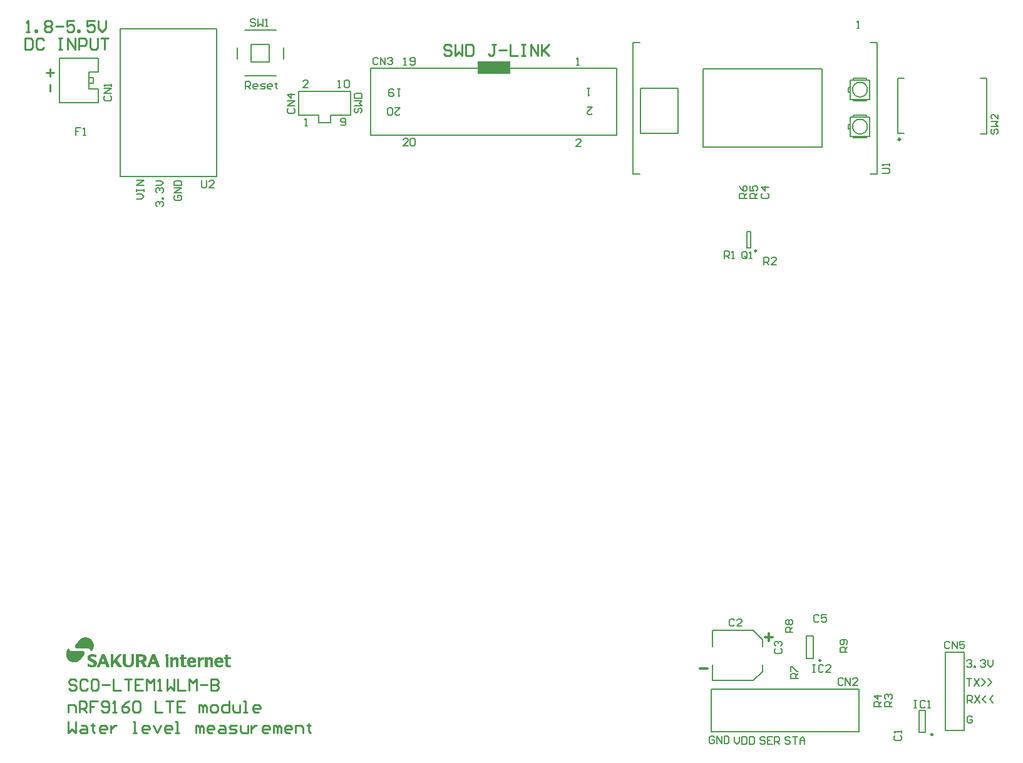
<source format=gto>
G04*
G04 #@! TF.GenerationSoftware,Altium Limited,Altium Designer,23.3.1 (30)*
G04*
G04 Layer_Color=65535*
%FSLAX44Y44*%
%MOMM*%
G71*
G04*
G04 #@! TF.SameCoordinates,414C3010-CE14-4ABF-8636-14FEAC747614*
G04*
G04*
G04 #@! TF.FilePolarity,Positive*
G04*
G01*
G75*
%ADD10C,0.3000*%
%ADD11C,0.2000*%
%ADD12C,0.2500*%
%ADD13C,0.0100*%
%ADD14C,0.1524*%
%ADD15R,4.5000X1.8000*%
D10*
X1282750Y826000D02*
G03*
X1282750Y826000I-1250J0D01*
G01*
X1110000Y152502D02*
X1100003D01*
X1105002Y147504D02*
Y157501D01*
X1022250Y110502D02*
X1012253D01*
D11*
X512750Y859000D02*
G03*
X512250Y858500I0J-500D01*
G01*
X469250Y859000D02*
G03*
X469750Y858500I500J0D01*
G01*
X1238250Y893300D02*
G03*
X1238250Y893300I-10000J0D01*
G01*
Y843300D02*
G03*
X1238250Y843300I-10000J0D01*
G01*
X1279250Y908750D02*
X1287500D01*
X1279250Y833750D02*
Y908750D01*
Y833750D02*
X1287500D01*
X1391524Y833656D02*
X1399774D01*
Y908656D01*
X1391524D02*
X1399774D01*
X539250Y859000D02*
Y891000D01*
X469250Y859000D02*
Y891000D01*
X539250D01*
X512250Y848750D02*
Y858500D01*
X496152Y848750D02*
X512250D01*
X496152D02*
Y858500D01*
X512750Y859000D02*
X539250D01*
X469750Y858500D02*
X496152D01*
X1075420Y679250D02*
X1080420D01*
X1075420Y701250D02*
X1080420D01*
Y679250D02*
Y701250D01*
X1075420Y679250D02*
Y701250D01*
X1219250Y906300D02*
Y908300D01*
X1237250Y906300D02*
Y908300D01*
X1219250Y878300D02*
Y880300D01*
X1237250Y878300D02*
Y880300D01*
X1219250Y856300D02*
Y858300D01*
X1237250Y856300D02*
Y858300D01*
X1212750Y840300D02*
Y846300D01*
X931250Y895300D02*
X982250D01*
X1215250Y906300D02*
X1241250D01*
X1219250Y908300D02*
X1237250D01*
X1212750Y896300D02*
X1215250D01*
Y880300D02*
X1241250D01*
X1219250Y878300D02*
X1237250D01*
X1219250Y858300D02*
X1237250D01*
X1215250Y856300D02*
X1241250D01*
X1212750Y840300D02*
X1215250D01*
X1212750Y846300D02*
X1215250D01*
Y830300D02*
X1241250D01*
X1219250Y828300D02*
X1237250D01*
X1016002Y921302D02*
X1177002D01*
X1016002Y815302D02*
X1177002D01*
X1212750Y890300D02*
Y896300D01*
X1215250Y880300D02*
Y906300D01*
X1241250Y880300D02*
Y906300D01*
X1219250Y828300D02*
Y830300D01*
X1215250D02*
Y856300D01*
X1237250Y828300D02*
Y830300D01*
X1241250D02*
Y856300D01*
X1212750Y890300D02*
X1215250D01*
X931250Y834300D02*
Y895300D01*
X982250Y834300D02*
Y895300D01*
X1016002Y815302D02*
Y921302D01*
X1177002Y815302D02*
Y921302D01*
X931250Y834300D02*
X982250D01*
X1242250Y957300D02*
X1251250D01*
Y779300D02*
Y957300D01*
X1242250Y779300D02*
X1251250D01*
X921250D02*
X930250D01*
X921250D02*
Y957300D01*
X930250D01*
X228250Y775400D02*
X358250D01*
X228250D02*
Y975400D01*
X358250D01*
Y775400D02*
Y975400D01*
X198500Y917250D02*
Y935750D01*
Y875750D02*
Y894250D01*
X185500D02*
Y917250D01*
Y894250D02*
X198500D01*
X185500Y917250D02*
X198500D01*
X185500Y909750D02*
X191500D01*
X185500Y901750D02*
X191500D01*
Y909750D01*
X145500Y935750D02*
X198500D01*
X145500Y875750D02*
Y935750D01*
Y875750D02*
X198500D01*
X566850Y831800D02*
Y921800D01*
Y831800D02*
X899450D01*
X566850Y921800D02*
X899450D01*
Y831800D02*
Y921800D01*
X448500Y935000D02*
Y950500D01*
X396000Y973750D02*
X439000D01*
X386500Y935000D02*
Y950500D01*
X396000Y911750D02*
X439000D01*
X429500Y930750D02*
Y954750D01*
X404762Y930750D02*
X429500D01*
X404762D02*
Y954750D01*
X429500D01*
X1368750Y26300D02*
Y132200D01*
X1343750Y26300D02*
X1368750D01*
X1343750D02*
Y132200D01*
X1368750D01*
X1308250Y24250D02*
X1316250D01*
X1308250Y53250D02*
X1316250D01*
Y24250D02*
Y53250D01*
X1308250Y24250D02*
Y53250D01*
X1226500Y24500D02*
Y82000D01*
X1027500D02*
X1226500D01*
X1027500Y24500D02*
Y82000D01*
Y24500D02*
X1226500D01*
X1096500Y106375D02*
Y115750D01*
X1084125Y94000D02*
X1096500Y106375D01*
X1084125Y162000D02*
X1096500Y149625D01*
Y140250D02*
Y149625D01*
X1028500Y94000D02*
X1084125D01*
X1028500D02*
Y115750D01*
Y140250D02*
Y162000D01*
X1084125D01*
X1155506Y123650D02*
X1165506D01*
X1155506Y154650D02*
X1165506D01*
Y123650D02*
Y154650D01*
X1155506Y123650D02*
Y154650D01*
X250253Y745500D02*
X256918D01*
X260250Y748832D01*
X256918Y752165D01*
X250253D01*
Y755497D02*
Y758829D01*
Y757163D01*
X260250D01*
Y755497D01*
Y758829D01*
Y763827D02*
X250253D01*
X260250Y770492D01*
X250253D01*
X302419Y750164D02*
X300753Y748498D01*
Y745166D01*
X302419Y743500D01*
X309084D01*
X310750Y745166D01*
Y748498D01*
X309084Y750164D01*
X305752D01*
Y746832D01*
X310750Y753497D02*
X300753D01*
X310750Y760161D01*
X300753D01*
Y763494D02*
X310750D01*
Y768492D01*
X309084Y770158D01*
X302419D01*
X300753Y768492D01*
Y763494D01*
X277669Y735250D02*
X276003Y736916D01*
Y740248D01*
X277669Y741915D01*
X279335D01*
X281002Y740248D01*
Y738582D01*
Y740248D01*
X282668Y741915D01*
X284334D01*
X286000Y740248D01*
Y736916D01*
X284334Y735250D01*
X286000Y745247D02*
X284334D01*
Y746913D01*
X286000D01*
Y745247D01*
X277669Y753577D02*
X276003Y755244D01*
Y758576D01*
X277669Y760242D01*
X279335D01*
X281002Y758576D01*
Y756910D01*
Y758576D01*
X282668Y760242D01*
X284334D01*
X286000Y758576D01*
Y755244D01*
X284334Y753577D01*
X276003Y763574D02*
X282668D01*
X286000Y766906D01*
X282668Y770239D01*
X276003D01*
X616914Y817000D02*
X610250D01*
X616914Y823664D01*
Y825331D01*
X615248Y826997D01*
X611916D01*
X610250Y825331D01*
X620247D02*
X621913Y826997D01*
X625245D01*
X626911Y825331D01*
Y818666D01*
X625245Y817000D01*
X621913D01*
X620247Y818666D01*
Y825331D01*
X611250Y926500D02*
X614582D01*
X612916D01*
Y936497D01*
X611250Y934831D01*
X619581Y928166D02*
X621247Y926500D01*
X624579D01*
X626245Y928166D01*
Y934831D01*
X624579Y936497D01*
X621247D01*
X619581Y934831D01*
Y933165D01*
X621247Y931498D01*
X626245D01*
X851278Y816555D02*
X844614D01*
X851278Y823220D01*
Y824886D01*
X849612Y826552D01*
X846280D01*
X844614Y824886D01*
X845310Y926768D02*
X848642D01*
X846976D01*
Y936765D01*
X845310Y935099D01*
X546075Y868423D02*
X544409Y866757D01*
Y863425D01*
X546075Y861759D01*
X547741D01*
X549407Y863425D01*
Y866757D01*
X551073Y868423D01*
X552739D01*
X554406Y866757D01*
Y863425D01*
X552739Y861759D01*
X544409Y871756D02*
X554406D01*
X551073Y875088D01*
X554406Y878420D01*
X544409D01*
Y881752D02*
X554406D01*
Y886751D01*
X552739Y888417D01*
X546075D01*
X544409Y886751D01*
Y881752D01*
X522500Y896000D02*
X525832D01*
X524166D01*
Y905997D01*
X522500Y904331D01*
X530831D02*
X532497Y905997D01*
X535829D01*
X537495Y904331D01*
Y897666D01*
X535829Y896000D01*
X532497D01*
X530831Y897666D01*
Y904331D01*
X525750Y846416D02*
X527416Y844750D01*
X530748D01*
X532415Y846416D01*
Y853081D01*
X530748Y854747D01*
X527416D01*
X525750Y853081D01*
Y851414D01*
X527416Y849748D01*
X532415D01*
X482164Y896000D02*
X475500D01*
X482164Y902664D01*
Y904331D01*
X480498Y905997D01*
X477166D01*
X475500Y904331D01*
X478000Y844500D02*
X481332D01*
X479666D01*
Y854497D01*
X478000Y852831D01*
X397250Y894500D02*
Y904497D01*
X402248D01*
X403914Y902831D01*
Y899498D01*
X402248Y897832D01*
X397250D01*
X400582D02*
X403914Y894500D01*
X412245D02*
X408913D01*
X407247Y896166D01*
Y899498D01*
X408913Y901164D01*
X412245D01*
X413911Y899498D01*
Y897832D01*
X407247D01*
X417244Y894500D02*
X422242D01*
X423908Y896166D01*
X422242Y897832D01*
X418910D01*
X417244Y899498D01*
X418910Y901164D01*
X423908D01*
X432239Y894500D02*
X428907D01*
X427240Y896166D01*
Y899498D01*
X428907Y901164D01*
X432239D01*
X433905Y899498D01*
Y897832D01*
X427240D01*
X438903Y902831D02*
Y901164D01*
X437237D01*
X440569D01*
X438903D01*
Y896166D01*
X440569Y894500D01*
X1373500Y63750D02*
Y73747D01*
X1378498D01*
X1380164Y72081D01*
Y68748D01*
X1378498Y67082D01*
X1373500D01*
X1376832D02*
X1380164Y63750D01*
X1383497Y73747D02*
X1390161Y63750D01*
Y73747D02*
X1383497Y63750D01*
X1398492D02*
X1393494Y68748D01*
X1398492Y73747D01*
X1408489Y63750D02*
X1403490Y68748D01*
X1408489Y73747D01*
X1372750Y120331D02*
X1374416Y121997D01*
X1377748D01*
X1379415Y120331D01*
Y118665D01*
X1377748Y116998D01*
X1376082D01*
X1377748D01*
X1379415Y115332D01*
Y113666D01*
X1377748Y112000D01*
X1374416D01*
X1372750Y113666D01*
X1382747Y112000D02*
Y113666D01*
X1384413D01*
Y112000D01*
X1382747D01*
X1391077Y120331D02*
X1392744Y121997D01*
X1396076D01*
X1397742Y120331D01*
Y118665D01*
X1396076Y116998D01*
X1394410D01*
X1396076D01*
X1397742Y115332D01*
Y113666D01*
X1396076Y112000D01*
X1392744D01*
X1391077Y113666D01*
X1401074Y121997D02*
Y115332D01*
X1404406Y112000D01*
X1407739Y115332D01*
Y121997D01*
X1379915Y44581D02*
X1378248Y46247D01*
X1374916D01*
X1373250Y44581D01*
Y37916D01*
X1374916Y36250D01*
X1378248D01*
X1379915Y37916D01*
Y41248D01*
X1376582D01*
X1372750Y96497D02*
X1379415D01*
X1376082D01*
Y86500D01*
X1382747Y96497D02*
X1389411Y86500D01*
Y96497D02*
X1382747Y86500D01*
X1392744D02*
X1397742Y91498D01*
X1392744Y96497D01*
X1401074Y86500D02*
X1406073Y91498D01*
X1401074Y96497D01*
X1224000Y976250D02*
X1227332D01*
X1225666D01*
Y986247D01*
X1224000Y984581D01*
X1133664Y16331D02*
X1131998Y17997D01*
X1128666D01*
X1127000Y16331D01*
Y14664D01*
X1128666Y12998D01*
X1131998D01*
X1133664Y11332D01*
Y9666D01*
X1131998Y8000D01*
X1128666D01*
X1127000Y9666D01*
X1136997Y17997D02*
X1143661D01*
X1140329D01*
Y8000D01*
X1146994D02*
Y14664D01*
X1150326Y17997D01*
X1153658Y14664D01*
Y8000D01*
Y12998D01*
X1146994D01*
X1099665Y16331D02*
X1097998Y17997D01*
X1094666D01*
X1093000Y16331D01*
Y14664D01*
X1094666Y12998D01*
X1097998D01*
X1099665Y11332D01*
Y9666D01*
X1097998Y8000D01*
X1094666D01*
X1093000Y9666D01*
X1109661Y17997D02*
X1102997D01*
Y8000D01*
X1109661D01*
X1102997Y12998D02*
X1106329D01*
X1112994Y8000D02*
Y17997D01*
X1117992D01*
X1119658Y16331D01*
Y12998D01*
X1117992Y11332D01*
X1112994D01*
X1116326D02*
X1119658Y8000D01*
X1058500Y17997D02*
Y11332D01*
X1061832Y8000D01*
X1065164Y11332D01*
Y17997D01*
X1068497D02*
Y8000D01*
X1073495D01*
X1075161Y9666D01*
Y16331D01*
X1073495Y17997D01*
X1068497D01*
X1078494D02*
Y8000D01*
X1083492D01*
X1085158Y9666D01*
Y16331D01*
X1083492Y17997D01*
X1078494D01*
X1031164Y16831D02*
X1029498Y18497D01*
X1026166D01*
X1024500Y16831D01*
Y10166D01*
X1026166Y8500D01*
X1029498D01*
X1031164Y10166D01*
Y13498D01*
X1027832D01*
X1034497Y8500D02*
Y18497D01*
X1041161Y8500D01*
Y18497D01*
X1044494D02*
Y8500D01*
X1049492D01*
X1051158Y10166D01*
Y16831D01*
X1049492Y18497D01*
X1044494D01*
X1406868Y839936D02*
X1405202Y838269D01*
Y834937D01*
X1406868Y833271D01*
X1408534D01*
X1410200Y834937D01*
Y838269D01*
X1411866Y839936D01*
X1413532D01*
X1415198Y838269D01*
Y834937D01*
X1413532Y833271D01*
X1405202Y843268D02*
X1415198D01*
X1411866Y846600D01*
X1415198Y849932D01*
X1405202D01*
X1415198Y859929D02*
Y853264D01*
X1408534Y859929D01*
X1406868D01*
X1405202Y858263D01*
Y854931D01*
X1406868Y853264D01*
X337919Y770498D02*
Y762168D01*
X339585Y760502D01*
X342918D01*
X344584Y762168D01*
Y770498D01*
X354581Y760502D02*
X347916D01*
X354581Y767166D01*
Y768832D01*
X352915Y770498D01*
X349582D01*
X347916Y768832D01*
X1258502Y780086D02*
X1266832D01*
X1268498Y781752D01*
Y785084D01*
X1266832Y786750D01*
X1258502D01*
X1268498Y790082D02*
Y793415D01*
Y791748D01*
X1258502D01*
X1260168Y790082D01*
X410752Y987332D02*
X409086Y988998D01*
X405753D01*
X404087Y987332D01*
Y985666D01*
X405753Y984000D01*
X409086D01*
X410752Y982334D01*
Y980668D01*
X409086Y979002D01*
X405753D01*
X404087Y980668D01*
X414084Y988998D02*
Y979002D01*
X417416Y982334D01*
X420748Y979002D01*
Y988998D01*
X424081Y979002D02*
X427413D01*
X425747D01*
Y988998D01*
X424081Y987332D01*
X1211248Y132419D02*
X1201252D01*
Y137418D01*
X1202918Y139084D01*
X1206250D01*
X1207916Y137418D01*
Y132419D01*
Y135752D02*
X1211248Y139084D01*
X1209582Y142416D02*
X1211248Y144082D01*
Y147415D01*
X1209582Y149081D01*
X1202918D01*
X1201252Y147415D01*
Y144082D01*
X1202918Y142416D01*
X1204584D01*
X1206250Y144082D01*
Y149081D01*
X1137498Y159419D02*
X1127502D01*
Y164418D01*
X1129168Y166084D01*
X1132500D01*
X1134166Y164418D01*
Y159419D01*
Y162752D02*
X1137498Y166084D01*
X1129168Y169416D02*
X1127502Y171082D01*
Y174415D01*
X1129168Y176081D01*
X1130834D01*
X1132500Y174415D01*
X1134166Y176081D01*
X1135832D01*
X1137498Y174415D01*
Y171082D01*
X1135832Y169416D01*
X1134166D01*
X1132500Y171082D01*
X1130834Y169416D01*
X1129168D01*
X1132500Y171082D02*
Y174415D01*
X1144748Y96419D02*
X1134752D01*
Y101418D01*
X1136418Y103084D01*
X1139750D01*
X1141416Y101418D01*
Y96419D01*
Y99752D02*
X1144748Y103084D01*
X1134752Y106416D02*
Y113081D01*
X1136418D01*
X1143082Y106416D01*
X1144748D01*
X1256998Y58419D02*
X1247002D01*
Y63418D01*
X1248668Y65084D01*
X1252000D01*
X1253666Y63418D01*
Y58419D01*
Y61752D02*
X1256998Y65084D01*
Y73415D02*
X1247002D01*
X1252000Y68416D01*
Y75081D01*
X1271748Y58669D02*
X1261752D01*
Y63668D01*
X1263418Y65334D01*
X1266750D01*
X1268416Y63668D01*
Y58669D01*
Y62002D02*
X1271748Y65334D01*
X1263418Y68666D02*
X1261752Y70332D01*
Y73664D01*
X1263418Y75331D01*
X1265084D01*
X1266750Y73664D01*
Y71998D01*
Y73664D01*
X1268416Y75331D01*
X1270082D01*
X1271748Y73664D01*
Y70332D01*
X1270082Y68666D01*
X1074998Y746419D02*
X1065002D01*
Y751418D01*
X1066668Y753084D01*
X1070000D01*
X1071666Y751418D01*
Y746419D01*
Y749752D02*
X1074998Y753084D01*
X1065002Y763081D02*
X1066668Y759748D01*
X1070000Y756416D01*
X1073332D01*
X1074998Y758082D01*
Y761414D01*
X1073332Y763081D01*
X1071666D01*
X1070000Y761414D01*
Y756416D01*
X1098169Y656502D02*
Y666498D01*
X1103168D01*
X1104834Y664832D01*
Y661500D01*
X1103168Y659834D01*
X1098169D01*
X1101502D02*
X1104834Y656502D01*
X1114831D02*
X1108166D01*
X1114831Y663166D01*
Y664832D01*
X1113165Y666498D01*
X1109832D01*
X1108166Y664832D01*
X1089998Y746169D02*
X1080002D01*
Y751168D01*
X1081668Y752834D01*
X1085000D01*
X1086666Y751168D01*
Y746169D01*
Y749502D02*
X1089998Y752834D01*
X1080002Y762831D02*
Y756166D01*
X1085000D01*
X1083334Y759498D01*
Y761164D01*
X1085000Y762831D01*
X1088332D01*
X1089998Y761164D01*
Y757832D01*
X1088332Y756166D01*
X1044836Y665002D02*
Y674998D01*
X1049834D01*
X1051500Y673332D01*
Y670000D01*
X1049834Y668334D01*
X1044836D01*
X1048168D02*
X1051500Y665002D01*
X1054832D02*
X1058165D01*
X1056498D01*
Y674998D01*
X1054832Y673332D01*
X1075250Y666168D02*
Y672832D01*
X1073584Y674498D01*
X1070252D01*
X1068586Y672832D01*
Y666168D01*
X1070252Y664502D01*
X1073584D01*
X1071918Y667834D02*
X1075250Y664502D01*
X1073584D02*
X1075250Y666168D01*
X1078582Y664502D02*
X1081915D01*
X1080248D01*
Y674498D01*
X1078582Y672832D01*
X1164004Y115248D02*
X1167336D01*
X1165670D01*
Y105252D01*
X1164004D01*
X1167336D01*
X1178999Y113582D02*
X1177333Y115248D01*
X1174001D01*
X1172335Y113582D01*
Y106918D01*
X1174001Y105252D01*
X1177333D01*
X1178999Y106918D01*
X1188996Y105252D02*
X1182331D01*
X1188996Y111916D01*
Y113582D01*
X1187330Y115248D01*
X1183998D01*
X1182331Y113582D01*
X1301670Y67248D02*
X1305002D01*
X1303336D01*
Y57252D01*
X1301670D01*
X1305002D01*
X1316665Y65582D02*
X1314999Y67248D01*
X1311667D01*
X1310001Y65582D01*
Y58918D01*
X1311667Y57252D01*
X1314999D01*
X1316665Y58918D01*
X1319998Y57252D02*
X1323330D01*
X1321664D01*
Y67248D01*
X1319998Y65582D01*
X174250Y841748D02*
X167586D01*
Y836750D01*
X170918D01*
X167586D01*
Y831752D01*
X177582D02*
X180914D01*
X179248D01*
Y841748D01*
X177582Y840082D01*
X207418Y884752D02*
X205752Y883085D01*
Y879753D01*
X207418Y878087D01*
X214082D01*
X215748Y879753D01*
Y883085D01*
X214082Y884752D01*
X215748Y888084D02*
X205752D01*
X215748Y894748D01*
X205752D01*
X215748Y898081D02*
Y901413D01*
Y899747D01*
X205752D01*
X207418Y898081D01*
X455918Y868085D02*
X454252Y866419D01*
Y863087D01*
X455918Y861421D01*
X462582D01*
X464248Y863087D01*
Y866419D01*
X462582Y868085D01*
X464248Y871418D02*
X454252D01*
X464248Y878082D01*
X454252D01*
X464248Y886413D02*
X454252D01*
X459250Y881414D01*
Y888079D01*
X576335Y935332D02*
X574669Y936998D01*
X571337D01*
X569671Y935332D01*
Y928668D01*
X571337Y927002D01*
X574669D01*
X576335Y928668D01*
X579668Y927002D02*
Y936998D01*
X586332Y927002D01*
Y936998D01*
X589664Y935332D02*
X591331Y936998D01*
X594663D01*
X596329Y935332D01*
Y933666D01*
X594663Y932000D01*
X592997D01*
X594663D01*
X596329Y930334D01*
Y928668D01*
X594663Y927002D01*
X591331D01*
X589664Y928668D01*
X1205335Y95582D02*
X1203669Y97248D01*
X1200337D01*
X1198671Y95582D01*
Y88918D01*
X1200337Y87252D01*
X1203669D01*
X1205335Y88918D01*
X1208668Y87252D02*
Y97248D01*
X1215332Y87252D01*
Y97248D01*
X1225329Y87252D02*
X1218664D01*
X1225329Y93916D01*
Y95582D01*
X1223663Y97248D01*
X1220331D01*
X1218664Y95582D01*
X1349586Y145332D02*
X1347919Y146998D01*
X1344587D01*
X1342921Y145332D01*
Y138668D01*
X1344587Y137002D01*
X1347919D01*
X1349586Y138668D01*
X1352918Y137002D02*
Y146998D01*
X1359582Y137002D01*
Y146998D01*
X1369579D02*
X1362914D01*
Y142000D01*
X1366247Y143666D01*
X1367913D01*
X1369579Y142000D01*
Y138668D01*
X1367913Y137002D01*
X1364581D01*
X1362914Y138668D01*
X1058334Y175832D02*
X1056668Y177498D01*
X1053335D01*
X1051669Y175832D01*
Y169168D01*
X1053335Y167502D01*
X1056668D01*
X1058334Y169168D01*
X1068331Y167502D02*
X1061666D01*
X1068331Y174166D01*
Y175832D01*
X1066665Y177498D01*
X1063332D01*
X1061666Y175832D01*
X1114668Y137084D02*
X1113002Y135418D01*
Y132086D01*
X1114668Y130419D01*
X1121332D01*
X1122998Y132086D01*
Y135418D01*
X1121332Y137084D01*
X1114668Y140416D02*
X1113002Y142082D01*
Y145414D01*
X1114668Y147081D01*
X1116334D01*
X1118000Y145414D01*
Y143748D01*
Y145414D01*
X1119666Y147081D01*
X1121332D01*
X1122998Y145414D01*
Y142082D01*
X1121332Y140416D01*
X1172584Y181332D02*
X1170918Y182998D01*
X1167586D01*
X1165919Y181332D01*
Y174668D01*
X1167586Y173002D01*
X1170918D01*
X1172584Y174668D01*
X1182581Y182998D02*
X1175916D01*
Y178000D01*
X1179248Y179666D01*
X1180915D01*
X1182581Y178000D01*
Y174668D01*
X1180915Y173002D01*
X1177582D01*
X1175916Y174668D01*
X1276168Y19500D02*
X1274502Y17834D01*
Y14502D01*
X1276168Y12836D01*
X1282832D01*
X1284498Y14502D01*
Y17834D01*
X1282832Y19500D01*
X1284498Y22832D02*
Y26165D01*
Y24498D01*
X1274502D01*
X1276168Y22832D01*
X1096418Y752834D02*
X1094752Y751168D01*
Y747835D01*
X1096418Y746169D01*
X1103082D01*
X1104748Y747835D01*
Y751168D01*
X1103082Y752834D01*
X1104748Y761164D02*
X1094752D01*
X1099750Y756166D01*
Y762831D01*
D12*
X1088170Y675250D02*
G03*
X1088170Y675250I-1250J0D01*
G01*
X1326750Y21000D02*
G03*
X1326750Y21000I-1250J0D01*
G01*
X1175506Y121150D02*
G03*
X1175506Y121150I-1250J0D01*
G01*
X675497Y951496D02*
X672998Y953995D01*
X667999D01*
X665500Y951496D01*
Y948997D01*
X667999Y946498D01*
X672998D01*
X675497Y943998D01*
Y941499D01*
X672998Y939000D01*
X667999D01*
X665500Y941499D01*
X680495Y953995D02*
Y939000D01*
X685493Y943998D01*
X690492Y939000D01*
Y953995D01*
X695490D02*
Y939000D01*
X702988D01*
X705487Y941499D01*
Y951496D01*
X702988Y953995D01*
X695490D01*
X735477D02*
X730479D01*
X732978D01*
Y941499D01*
X730479Y939000D01*
X727980D01*
X725481Y941499D01*
X740476Y946498D02*
X750472D01*
X755471Y953995D02*
Y939000D01*
X765468D01*
X770466Y953995D02*
X775464D01*
X772965D01*
Y939000D01*
X770466D01*
X775464D01*
X782962D02*
Y953995D01*
X792959Y939000D01*
Y953995D01*
X797957D02*
Y939000D01*
Y943998D01*
X807954Y953995D01*
X800456Y946498D01*
X807954Y939000D01*
X99500Y962745D02*
Y947750D01*
X106998D01*
X109497Y950249D01*
Y960246D01*
X106998Y962745D01*
X99500D01*
X124492Y960246D02*
X121993Y962745D01*
X116994D01*
X114495Y960246D01*
Y950249D01*
X116994Y947750D01*
X121993D01*
X124492Y950249D01*
X144485Y962745D02*
X149484D01*
X146985D01*
Y947750D01*
X144485D01*
X149484D01*
X156981D02*
Y962745D01*
X166978Y947750D01*
Y962745D01*
X171977Y947750D02*
Y962745D01*
X179474D01*
X181973Y960246D01*
Y955248D01*
X179474Y952748D01*
X171977D01*
X186972Y962745D02*
Y950249D01*
X189471Y947750D01*
X194469D01*
X196968Y950249D01*
Y962745D01*
X201967D02*
X211964D01*
X206965D01*
Y947750D01*
X100500Y971250D02*
X105498D01*
X102999D01*
Y986245D01*
X100500Y983746D01*
X112996Y971250D02*
Y973749D01*
X115495D01*
Y971250D01*
X112996D01*
X125492Y983746D02*
X127991Y986245D01*
X132990D01*
X135489Y983746D01*
Y981247D01*
X132990Y978748D01*
X135489Y976248D01*
Y973749D01*
X132990Y971250D01*
X127991D01*
X125492Y973749D01*
Y976248D01*
X127991Y978748D01*
X125492Y981247D01*
Y983746D01*
X127991Y978748D02*
X132990D01*
X140487D02*
X150484D01*
X165479Y986245D02*
X155482D01*
Y978748D01*
X160481Y981247D01*
X162980D01*
X165479Y978748D01*
Y973749D01*
X162980Y971250D01*
X157981D01*
X155482Y973749D01*
X170477Y971250D02*
Y973749D01*
X172976D01*
Y971250D01*
X170477D01*
X192970Y986245D02*
X182973D01*
Y978748D01*
X187972Y981247D01*
X190471D01*
X192970Y978748D01*
Y973749D01*
X190471Y971250D01*
X185473D01*
X182973Y973749D01*
X197969Y986245D02*
Y976248D01*
X202967Y971250D01*
X207965Y976248D01*
Y986245D01*
X133248Y900500D02*
Y890503D01*
X138250Y916502D02*
X128253D01*
X133252Y911504D02*
Y921501D01*
X168497Y92996D02*
X165998Y95495D01*
X160999D01*
X158500Y92996D01*
Y90497D01*
X160999Y87998D01*
X165998D01*
X168497Y85498D01*
Y82999D01*
X165998Y80500D01*
X160999D01*
X158500Y82999D01*
X183492Y92996D02*
X180993Y95495D01*
X175994D01*
X173495Y92996D01*
Y82999D01*
X175994Y80500D01*
X180993D01*
X183492Y82999D01*
X195988Y95495D02*
X190989D01*
X188490Y92996D01*
Y82999D01*
X190989Y80500D01*
X195988D01*
X198487Y82999D01*
Y92996D01*
X195988Y95495D01*
X203485Y87998D02*
X213482D01*
X218481Y95495D02*
Y80500D01*
X228477D01*
X233476Y95495D02*
X243472D01*
X238474D01*
Y80500D01*
X258468Y95495D02*
X248471D01*
Y80500D01*
X258468D01*
X248471Y87998D02*
X253469D01*
X263466Y80500D02*
Y95495D01*
X268464Y90497D01*
X273463Y95495D01*
Y80500D01*
X278461D02*
X283459D01*
X280960D01*
Y95495D01*
X278461Y92996D01*
X290957Y95495D02*
Y80500D01*
X295956Y85498D01*
X300954Y80500D01*
Y95495D01*
X305952D02*
Y80500D01*
X315949D01*
X320947D02*
Y95495D01*
X325946Y90497D01*
X330944Y95495D01*
Y80500D01*
X335942Y87998D02*
X345939D01*
X350938Y95495D02*
Y80500D01*
X358435D01*
X360934Y82999D01*
Y85498D01*
X358435Y87998D01*
X350938D01*
X358435D01*
X360934Y90497D01*
Y92996D01*
X358435Y95495D01*
X350938D01*
X157750Y37995D02*
Y23000D01*
X162748Y27998D01*
X167747Y23000D01*
Y37995D01*
X175244Y32997D02*
X180243D01*
X182742Y30498D01*
Y23000D01*
X175244D01*
X172745Y25499D01*
X175244Y27998D01*
X182742D01*
X190240Y35496D02*
Y32997D01*
X187740D01*
X192739D01*
X190240D01*
Y25499D01*
X192739Y23000D01*
X207734D02*
X202736D01*
X200236Y25499D01*
Y30498D01*
X202736Y32997D01*
X207734D01*
X210233Y30498D01*
Y27998D01*
X200236D01*
X215231Y32997D02*
Y23000D01*
Y27998D01*
X217731Y30498D01*
X220230Y32997D01*
X222729D01*
X245222Y23000D02*
X250220D01*
X247721D01*
Y37995D01*
X245222D01*
X265215Y23000D02*
X260217D01*
X257718Y25499D01*
Y30498D01*
X260217Y32997D01*
X265215D01*
X267714Y30498D01*
Y27998D01*
X257718D01*
X272713Y32997D02*
X277711Y23000D01*
X282710Y32997D01*
X295205Y23000D02*
X290207D01*
X287708Y25499D01*
Y30498D01*
X290207Y32997D01*
X295205D01*
X297705Y30498D01*
Y27998D01*
X287708D01*
X302703Y23000D02*
X307701D01*
X305202D01*
Y37995D01*
X302703D01*
X330194Y23000D02*
Y32997D01*
X332693D01*
X335193Y30498D01*
Y23000D01*
Y30498D01*
X337692Y32997D01*
X340191Y30498D01*
Y23000D01*
X352687D02*
X347688D01*
X345189Y25499D01*
Y30498D01*
X347688Y32997D01*
X352687D01*
X355186Y30498D01*
Y27998D01*
X345189D01*
X362684Y32997D02*
X367682D01*
X370181Y30498D01*
Y23000D01*
X362684D01*
X360185Y25499D01*
X362684Y27998D01*
X370181D01*
X375180Y23000D02*
X382677D01*
X385176Y25499D01*
X382677Y27998D01*
X377679D01*
X375180Y30498D01*
X377679Y32997D01*
X385176D01*
X390175D02*
Y25499D01*
X392674Y23000D01*
X400172D01*
Y32997D01*
X405170D02*
Y23000D01*
Y27998D01*
X407669Y30498D01*
X410168Y32997D01*
X412668D01*
X427663Y23000D02*
X422664D01*
X420165Y25499D01*
Y30498D01*
X422664Y32997D01*
X427663D01*
X430162Y30498D01*
Y27998D01*
X420165D01*
X435160Y23000D02*
Y32997D01*
X437659D01*
X440159Y30498D01*
Y23000D01*
Y30498D01*
X442658Y32997D01*
X445157Y30498D01*
Y23000D01*
X457653D02*
X452654D01*
X450155Y25499D01*
Y30498D01*
X452654Y32997D01*
X457653D01*
X460152Y30498D01*
Y27998D01*
X450155D01*
X465150Y23000D02*
Y32997D01*
X472648D01*
X475147Y30498D01*
Y23000D01*
X482645Y35496D02*
Y32997D01*
X480146D01*
X485144D01*
X482645D01*
Y25499D01*
X485144Y23000D01*
X157500Y51250D02*
Y61247D01*
X164998D01*
X167497Y58748D01*
Y51250D01*
X172495D02*
Y66245D01*
X179993D01*
X182492Y63746D01*
Y58748D01*
X179993Y56248D01*
X172495D01*
X177493D02*
X182492Y51250D01*
X197487Y66245D02*
X187490D01*
Y58748D01*
X192489D01*
X187490D01*
Y51250D01*
X202485Y53749D02*
X204985Y51250D01*
X209983D01*
X212482Y53749D01*
Y63746D01*
X209983Y66245D01*
X204985D01*
X202485Y63746D01*
Y61247D01*
X204985Y58748D01*
X212482D01*
X217481Y51250D02*
X222479D01*
X219980D01*
Y66245D01*
X217481Y63746D01*
X239973Y66245D02*
X234975Y63746D01*
X229977Y58748D01*
Y53749D01*
X232476Y51250D01*
X237474D01*
X239973Y53749D01*
Y56248D01*
X237474Y58748D01*
X229977D01*
X244972Y63746D02*
X247471Y66245D01*
X252469D01*
X254968Y63746D01*
Y53749D01*
X252469Y51250D01*
X247471D01*
X244972Y53749D01*
Y63746D01*
X274962Y66245D02*
Y51250D01*
X284959D01*
X289957Y66245D02*
X299954D01*
X294956D01*
Y51250D01*
X314949Y66245D02*
X304952D01*
Y51250D01*
X314949D01*
X304952Y58748D02*
X309951D01*
X334943Y51250D02*
Y61247D01*
X337442D01*
X339941Y58748D01*
Y51250D01*
Y58748D01*
X342440Y61247D01*
X344939Y58748D01*
Y51250D01*
X352437D02*
X357435D01*
X359934Y53749D01*
Y58748D01*
X357435Y61247D01*
X352437D01*
X349938Y58748D01*
Y53749D01*
X352437Y51250D01*
X374930Y66245D02*
Y51250D01*
X367432D01*
X364933Y53749D01*
Y58748D01*
X367432Y61247D01*
X374930D01*
X379928D02*
Y53749D01*
X382427Y51250D01*
X389925D01*
Y61247D01*
X394923Y51250D02*
X399921D01*
X397422D01*
Y66245D01*
X394923D01*
X414917Y51250D02*
X409918D01*
X407419Y53749D01*
Y58748D01*
X409918Y61247D01*
X414917D01*
X417416Y58748D01*
Y56248D01*
X407419D01*
D13*
X373650Y112700D02*
X374450D01*
X360950D02*
X361950D01*
X324050D02*
X325050D01*
X313650D02*
X314450D01*
X237950D02*
X238950D01*
X372950Y112800D02*
X375150D01*
X360150D02*
X362750D01*
X323250D02*
X325850D01*
X312950D02*
X315150D01*
X237050D02*
X239850D01*
X188250D02*
X190850D01*
X372450Y112900D02*
X375650D01*
X359550D02*
X363450D01*
X322750D02*
X326550D01*
X312450D02*
X315650D01*
X236350D02*
X240550D01*
X187350D02*
X191450D01*
X372250Y113000D02*
X375850D01*
X359250D02*
X363750D01*
X349650D02*
X352650D01*
X342050D02*
X345150D01*
X332450D02*
X335450D01*
X322350D02*
X326850D01*
X312250D02*
X315850D01*
X303050D02*
X306150D01*
X295550D02*
X298550D01*
X289250D02*
X292250D01*
X277150D02*
X280550D01*
X264550D02*
X267150D01*
X259250D02*
X262950D01*
X249350D02*
X252550D01*
X235950D02*
X240850D01*
X225150D02*
X229150D01*
X214850D02*
X218050D01*
X209150D02*
X212650D01*
X196550D02*
X199150D01*
X186950D02*
X191850D01*
X371950Y113100D02*
X376150D01*
X358950D02*
X364150D01*
X349650D02*
X352650D01*
X342050D02*
X345150D01*
X332450D02*
X335450D01*
X322050D02*
X327250D01*
X311950D02*
X316150D01*
X303050D02*
X306150D01*
X295550D02*
X298550D01*
X289250D02*
X292250D01*
X277050D02*
X280550D01*
X264550D02*
X267250D01*
X259150D02*
X262850D01*
X249350D02*
X252550D01*
X235550D02*
X241250D01*
X225050D02*
X229050D01*
X214850D02*
X218050D01*
X209150D02*
X212550D01*
X196550D02*
X199250D01*
X186350D02*
X192250D01*
X371750Y113200D02*
X376350D01*
X358650D02*
X364450D01*
X349650D02*
X352650D01*
X342050D02*
X345150D01*
X332450D02*
X335450D01*
X321850D02*
X327550D01*
X311750D02*
X316250D01*
X303050D02*
X306150D01*
X295550D02*
X298550D01*
X289250D02*
X292250D01*
X277050D02*
X280550D01*
X264550D02*
X267250D01*
X259150D02*
X262850D01*
X249350D02*
X252550D01*
X235350D02*
X241550D01*
X224950D02*
X229050D01*
X214850D02*
X218050D01*
X209050D02*
X212550D01*
X196650D02*
X199250D01*
X186150D02*
X192450D01*
X371550Y113300D02*
X376550D01*
X358450D02*
X364750D01*
X349650D02*
X352650D01*
X342050D02*
X345150D01*
X332450D02*
X335450D01*
X321550D02*
X327850D01*
X311550D02*
X316550D01*
X303050D02*
X306150D01*
X295550D02*
X298550D01*
X289250D02*
X292250D01*
X277050D02*
X280450D01*
X264650D02*
X267350D01*
X259050D02*
X262750D01*
X249350D02*
X252550D01*
X235050D02*
X241850D01*
X224850D02*
X228950D01*
X214850D02*
X218050D01*
X209050D02*
X212450D01*
X196650D02*
X199250D01*
X185750D02*
X192750D01*
X371450Y113400D02*
X376550D01*
X358250D02*
X364950D01*
X349650D02*
X352650D01*
X342050D02*
X345150D01*
X332450D02*
X335450D01*
X321350D02*
X328050D01*
X311450D02*
X316550D01*
X303050D02*
X306150D01*
X295550D02*
X298550D01*
X289250D02*
X292250D01*
X277050D02*
X280450D01*
X264650D02*
X267350D01*
X258950D02*
X262650D01*
X249350D02*
X252550D01*
X234850D02*
X241950D01*
X224850D02*
X228850D01*
X214850D02*
X218050D01*
X208950D02*
X212450D01*
X196650D02*
X199350D01*
X185550D02*
X192950D01*
X371250Y113500D02*
X376550D01*
X358050D02*
X365150D01*
X349650D02*
X352650D01*
X342050D02*
X345150D01*
X332450D02*
X335450D01*
X321150D02*
X328350D01*
X311250D02*
X316550D01*
X303050D02*
X306150D01*
X295550D02*
X298550D01*
X289250D02*
X292250D01*
X276950D02*
X280350D01*
X264750D02*
X267350D01*
X258950D02*
X262650D01*
X249350D02*
X252550D01*
X234550D02*
X242250D01*
X224750D02*
X228750D01*
X214850D02*
X218050D01*
X208950D02*
X212450D01*
X196750D02*
X199350D01*
X185250D02*
X193150D01*
X371150Y113600D02*
X376550D01*
X357850D02*
X365350D01*
X349650D02*
X352650D01*
X342050D02*
X345150D01*
X332450D02*
X335450D01*
X320950D02*
X328450D01*
X311150D02*
X316550D01*
X303050D02*
X306150D01*
X295550D02*
X298550D01*
X289250D02*
X292250D01*
X276950D02*
X280350D01*
X264750D02*
X267350D01*
X258850D02*
X262550D01*
X249350D02*
X252550D01*
X234450D02*
X242450D01*
X224650D02*
X228650D01*
X214850D02*
X218050D01*
X208950D02*
X212350D01*
X196750D02*
X199450D01*
X185050D02*
X193250D01*
X370950Y113700D02*
X376550D01*
X357650D02*
X365550D01*
X349650D02*
X352650D01*
X342050D02*
X345150D01*
X332450D02*
X335450D01*
X320850D02*
X328750D01*
X311050D02*
X316550D01*
X303050D02*
X306150D01*
X295550D02*
X298550D01*
X289250D02*
X292250D01*
X276850D02*
X280350D01*
X264750D02*
X267450D01*
X258850D02*
X262550D01*
X249350D02*
X252550D01*
X234250D02*
X242650D01*
X224550D02*
X228650D01*
X214850D02*
X218050D01*
X208850D02*
X212350D01*
X196850D02*
X199450D01*
X184750D02*
X193450D01*
X370850Y113800D02*
X376550D01*
X357550D02*
X365750D01*
X349650D02*
X352650D01*
X342050D02*
X345150D01*
X332450D02*
X335450D01*
X320750D02*
X328850D01*
X310950D02*
X316550D01*
X303050D02*
X306150D01*
X295550D02*
X298550D01*
X289250D02*
X292250D01*
X276850D02*
X280250D01*
X264850D02*
X267450D01*
X258750D02*
X262450D01*
X249350D02*
X252550D01*
X234150D02*
X242750D01*
X224550D02*
X228550D01*
X214850D02*
X218050D01*
X208850D02*
X212250D01*
X196850D02*
X199450D01*
X184650D02*
X193550D01*
X370750Y113900D02*
X376550D01*
X357450D02*
X365950D01*
X349650D02*
X352650D01*
X342050D02*
X345150D01*
X332450D02*
X335450D01*
X320550D02*
X329050D01*
X310850D02*
X316550D01*
X303050D02*
X306150D01*
X295550D02*
X298550D01*
X289250D02*
X292250D01*
X276850D02*
X280250D01*
X264850D02*
X267450D01*
X258750D02*
X262450D01*
X249350D02*
X252550D01*
X233950D02*
X242950D01*
X224450D02*
X228450D01*
X214850D02*
X218050D01*
X208750D02*
X212250D01*
X196850D02*
X199550D01*
X184350D02*
X193750D01*
X370750Y114000D02*
X376550D01*
X357350D02*
X365950D01*
X349650D02*
X352650D01*
X342050D02*
X345150D01*
X332450D02*
X335450D01*
X320450D02*
X329050D01*
X310750D02*
X316550D01*
X303050D02*
X306150D01*
X295550D02*
X298550D01*
X289250D02*
X292250D01*
X276750D02*
X280150D01*
X264950D02*
X267550D01*
X258650D02*
X262350D01*
X249350D02*
X252550D01*
X233750D02*
X243050D01*
X224350D02*
X228450D01*
X214850D02*
X218050D01*
X208750D02*
X212250D01*
X196950D02*
X199550D01*
X184250D02*
X193850D01*
X370650Y114100D02*
X376550D01*
X357150D02*
X365950D01*
X349650D02*
X352650D01*
X342050D02*
X345150D01*
X332450D02*
X335450D01*
X320250D02*
X329050D01*
X310650D02*
X316550D01*
X303050D02*
X306150D01*
X295550D02*
X298550D01*
X289250D02*
X292250D01*
X276750D02*
X280150D01*
X264950D02*
X267550D01*
X258550D02*
X262250D01*
X249350D02*
X252550D01*
X233650D02*
X243250D01*
X224250D02*
X228350D01*
X214850D02*
X218050D01*
X208750D02*
X212150D01*
X196950D02*
X199650D01*
X184050D02*
X194050D01*
X370550Y114200D02*
X376550D01*
X357050D02*
X365950D01*
X349650D02*
X352650D01*
X342050D02*
X345150D01*
X332450D02*
X335450D01*
X320150D02*
X329050D01*
X310550D02*
X316550D01*
X303050D02*
X306150D01*
X295550D02*
X298550D01*
X289250D02*
X292250D01*
X276650D02*
X280150D01*
X264950D02*
X267650D01*
X258550D02*
X262250D01*
X249350D02*
X252550D01*
X233550D02*
X243350D01*
X224250D02*
X228250D01*
X214850D02*
X218050D01*
X208750D02*
X212150D01*
X196950D02*
X199650D01*
X183950D02*
X194150D01*
X370450Y114300D02*
X376550D01*
X356950D02*
X365950D01*
X349650D02*
X352650D01*
X342050D02*
X345150D01*
X332450D02*
X335450D01*
X320050D02*
X329050D01*
X310450D02*
X316550D01*
X303050D02*
X306150D01*
X295550D02*
X298550D01*
X289250D02*
X292250D01*
X276650D02*
X280050D01*
X265050D02*
X267650D01*
X258450D02*
X262150D01*
X249350D02*
X252550D01*
X233350D02*
X243450D01*
X224150D02*
X228150D01*
X214850D02*
X218050D01*
X208650D02*
X212050D01*
X197050D02*
X199650D01*
X183750D02*
X194250D01*
X370450Y114400D02*
X376550D01*
X356850D02*
X365950D01*
X349650D02*
X352650D01*
X342050D02*
X345150D01*
X332450D02*
X335450D01*
X319950D02*
X329050D01*
X310450D02*
X316550D01*
X303050D02*
X306150D01*
X295550D02*
X298550D01*
X289250D02*
X292250D01*
X276650D02*
X280050D01*
X265050D02*
X267650D01*
X258450D02*
X262150D01*
X249350D02*
X252550D01*
X233350D02*
X243550D01*
X224050D02*
X228050D01*
X214850D02*
X218050D01*
X208650D02*
X212050D01*
X197050D02*
X199750D01*
X183750D02*
X194350D01*
X370350Y114500D02*
X376550D01*
X362050D02*
X365950D01*
X356750D02*
X361050D01*
X349650D02*
X352650D01*
X342050D02*
X345150D01*
X332450D02*
X335450D01*
X325250D02*
X329050D01*
X319850D02*
X324150D01*
X310350D02*
X316550D01*
X303050D02*
X306150D01*
X295550D02*
X298550D01*
X289250D02*
X292250D01*
X276550D02*
X279950D01*
X265150D02*
X267750D01*
X258350D02*
X262050D01*
X249350D02*
X252550D01*
X233150D02*
X243650D01*
X223950D02*
X228050D01*
X214850D02*
X218050D01*
X208550D02*
X212050D01*
X197150D02*
X199750D01*
X183750D02*
X194450D01*
X375050Y114600D02*
X376550D01*
X370350D02*
X374450D01*
X362750D02*
X365950D01*
X356650D02*
X360650D01*
X349650D02*
X352650D01*
X342050D02*
X345150D01*
X332450D02*
X335450D01*
X325850D02*
X329050D01*
X319750D02*
X323750D01*
X315050D02*
X316550D01*
X310350D02*
X314450D01*
X303050D02*
X306150D01*
X295550D02*
X298550D01*
X289250D02*
X292250D01*
X276550D02*
X279950D01*
X265150D02*
X267750D01*
X258350D02*
X262050D01*
X249350D02*
X252550D01*
X233050D02*
X243750D01*
X223950D02*
X227950D01*
X214850D02*
X218050D01*
X208550D02*
X211950D01*
X197150D02*
X199750D01*
X183750D02*
X194450D01*
X375850Y114700D02*
X376550D01*
X370250D02*
X373950D01*
X363250D02*
X365950D01*
X356550D02*
X360350D01*
X349650D02*
X352650D01*
X342050D02*
X345150D01*
X332450D02*
X335450D01*
X326350D02*
X329050D01*
X319650D02*
X323450D01*
X315850D02*
X316550D01*
X310250D02*
X313950D01*
X303050D02*
X306150D01*
X295550D02*
X298550D01*
X289250D02*
X292250D01*
X276450D02*
X279950D01*
X265150D02*
X267850D01*
X258250D02*
X261950D01*
X249350D02*
X252550D01*
X232950D02*
X243850D01*
X223850D02*
X227850D01*
X214850D02*
X218050D01*
X208550D02*
X211950D01*
X197150D02*
X199850D01*
X183750D02*
X194550D01*
X376150Y114800D02*
X376550D01*
X370250D02*
X373850D01*
X363550D02*
X365950D01*
X356450D02*
X360150D01*
X349650D02*
X352650D01*
X342050D02*
X345150D01*
X332450D02*
X335450D01*
X326650D02*
X329050D01*
X319650D02*
X323250D01*
X316150D02*
X316550D01*
X310250D02*
X313850D01*
X303050D02*
X306150D01*
X295550D02*
X298550D01*
X289250D02*
X292250D01*
X276450D02*
X279950D01*
X265150D02*
X267850D01*
X258150D02*
X261850D01*
X249350D02*
X252550D01*
X239350D02*
X243950D01*
X232850D02*
X238050D01*
X223750D02*
X227850D01*
X214850D02*
X218050D01*
X208450D02*
X211950D01*
X197250D02*
X199850D01*
X183750D02*
X194650D01*
X370150Y114900D02*
X373650D01*
X363850D02*
X365950D01*
X356450D02*
X359950D01*
X349650D02*
X352650D01*
X342050D02*
X345150D01*
X332450D02*
X335450D01*
X326950D02*
X329050D01*
X319550D02*
X323050D01*
X310150D02*
X313650D01*
X303050D02*
X306150D01*
X295550D02*
X298550D01*
X289250D02*
X292250D01*
X276450D02*
X279850D01*
X265250D02*
X267850D01*
X258150D02*
X261850D01*
X249350D02*
X252550D01*
X240150D02*
X244050D01*
X232750D02*
X237350D01*
X223650D02*
X227750D01*
X214850D02*
X218050D01*
X208450D02*
X211850D01*
X197250D02*
X199950D01*
X190350D02*
X194750D01*
X183750D02*
X188150D01*
X370150Y115000D02*
X373450D01*
X364150D02*
X365950D01*
X356350D02*
X359750D01*
X349650D02*
X352650D01*
X342050D02*
X345150D01*
X332450D02*
X335450D01*
X327250D02*
X329050D01*
X319450D02*
X322850D01*
X310150D02*
X313550D01*
X303050D02*
X306150D01*
X295550D02*
X298550D01*
X289250D02*
X292250D01*
X276350D02*
X279750D01*
X265350D02*
X267950D01*
X258050D02*
X261750D01*
X249350D02*
X252550D01*
X240550D02*
X244150D01*
X232650D02*
X236850D01*
X223550D02*
X227650D01*
X214850D02*
X218050D01*
X208350D02*
X211850D01*
X197350D02*
X199950D01*
X190650D02*
X194750D01*
X183750D02*
X187650D01*
X370150Y115100D02*
X373450D01*
X364350D02*
X365950D01*
X356250D02*
X359650D01*
X349650D02*
X352650D01*
X342050D02*
X345150D01*
X332450D02*
X335450D01*
X327450D02*
X329050D01*
X319350D02*
X322750D01*
X310150D02*
X313450D01*
X303050D02*
X306150D01*
X295550D02*
X298550D01*
X289250D02*
X292250D01*
X276350D02*
X279750D01*
X265350D02*
X267950D01*
X258050D02*
X261750D01*
X249350D02*
X252550D01*
X240750D02*
X244250D01*
X232650D02*
X236650D01*
X223550D02*
X227550D01*
X214850D02*
X218050D01*
X208350D02*
X211750D01*
X197350D02*
X199950D01*
X190850D02*
X194850D01*
X183750D02*
X187350D01*
X370050Y115200D02*
X373350D01*
X364650D02*
X365950D01*
X356150D02*
X359550D01*
X349650D02*
X352650D01*
X342050D02*
X345150D01*
X332450D02*
X335450D01*
X327750D02*
X329050D01*
X319350D02*
X322650D01*
X310050D02*
X313350D01*
X303050D02*
X306150D01*
X295550D02*
X298550D01*
X289250D02*
X292250D01*
X276250D02*
X279750D01*
X265350D02*
X268050D01*
X257950D02*
X261650D01*
X249350D02*
X252550D01*
X241050D02*
X244250D01*
X232550D02*
X236450D01*
X223450D02*
X227550D01*
X214850D02*
X218050D01*
X208350D02*
X211750D01*
X197450D02*
X200050D01*
X191050D02*
X194950D01*
X183750D02*
X186950D01*
X370050Y115300D02*
X373250D01*
X364750D02*
X365950D01*
X356150D02*
X359450D01*
X349650D02*
X352650D01*
X342050D02*
X345150D01*
X332450D02*
X335450D01*
X327850D02*
X329050D01*
X319250D02*
X322550D01*
X310050D02*
X313250D01*
X303050D02*
X306150D01*
X295550D02*
X298550D01*
X289250D02*
X292250D01*
X276250D02*
X279750D01*
X265350D02*
X268050D01*
X257950D02*
X261650D01*
X249350D02*
X252550D01*
X241150D02*
X244350D01*
X232450D02*
X236250D01*
X223450D02*
X227450D01*
X214850D02*
X218050D01*
X208250D02*
X211650D01*
X197450D02*
X200050D01*
X191250D02*
X194950D01*
X183750D02*
X186750D01*
X370050Y115400D02*
X373250D01*
X364950D02*
X365950D01*
X356050D02*
X359350D01*
X349650D02*
X352650D01*
X342050D02*
X345150D01*
X332450D02*
X335450D01*
X328050D02*
X329050D01*
X319150D02*
X322450D01*
X310050D02*
X313150D01*
X303050D02*
X306150D01*
X295550D02*
X298550D01*
X289250D02*
X292250D01*
X276250D02*
X279650D01*
X265450D02*
X268050D01*
X257850D02*
X261550D01*
X249350D02*
X252550D01*
X241350D02*
X244450D01*
X232350D02*
X236150D01*
X223350D02*
X227350D01*
X214850D02*
X218050D01*
X208250D02*
X211650D01*
X197450D02*
X200150D01*
X191350D02*
X195050D01*
X183750D02*
X186450D01*
X369950Y115500D02*
X373150D01*
X365050D02*
X365950D01*
X356050D02*
X359250D01*
X349650D02*
X352650D01*
X342050D02*
X345150D01*
X332450D02*
X335450D01*
X328250D02*
X329050D01*
X319150D02*
X322350D01*
X310050D02*
X313150D01*
X303050D02*
X306150D01*
X295550D02*
X298550D01*
X289250D02*
X292250D01*
X276150D02*
X279650D01*
X265450D02*
X268150D01*
X257750D02*
X261450D01*
X249350D02*
X252550D01*
X241450D02*
X244450D01*
X232350D02*
X236050D01*
X223250D02*
X227250D01*
X214850D02*
X218050D01*
X208150D02*
X211650D01*
X197450D02*
X200150D01*
X191450D02*
X195050D01*
X183750D02*
X186250D01*
X369950Y115600D02*
X373050D01*
X365250D02*
X365950D01*
X355950D02*
X359150D01*
X349650D02*
X352650D01*
X342050D02*
X345150D01*
X332450D02*
X335450D01*
X328350D02*
X329050D01*
X319050D02*
X322250D01*
X310050D02*
X313150D01*
X303050D02*
X306150D01*
X295550D02*
X298550D01*
X289250D02*
X292250D01*
X276150D02*
X279550D01*
X265550D02*
X268150D01*
X257750D02*
X261450D01*
X249350D02*
X252550D01*
X241650D02*
X244550D01*
X232250D02*
X235850D01*
X223150D02*
X227150D01*
X214850D02*
X218050D01*
X208150D02*
X211550D01*
X197550D02*
X200150D01*
X191550D02*
X195150D01*
X183750D02*
X186050D01*
X369950Y115700D02*
X373050D01*
X365450D02*
X365950D01*
X355850D02*
X359150D01*
X349650D02*
X352650D01*
X342050D02*
X345150D01*
X332450D02*
X335450D01*
X328550D02*
X329050D01*
X319050D02*
X322250D01*
X309950D02*
X313150D01*
X303050D02*
X306150D01*
X295550D02*
X298550D01*
X289250D02*
X292250D01*
X276050D02*
X279550D01*
X265550D02*
X268250D01*
X257650D02*
X261350D01*
X249350D02*
X252550D01*
X241750D02*
X244650D01*
X232250D02*
X235850D01*
X223050D02*
X227150D01*
X214850D02*
X218050D01*
X208150D02*
X211550D01*
X197550D02*
X200250D01*
X191650D02*
X195150D01*
X183750D02*
X185850D01*
X369950Y115800D02*
X373050D01*
X365650D02*
X365950D01*
X355850D02*
X359050D01*
X349650D02*
X352650D01*
X342050D02*
X345150D01*
X332450D02*
X335450D01*
X328750D02*
X329050D01*
X318950D02*
X322150D01*
X309950D02*
X313050D01*
X303050D02*
X306150D01*
X295550D02*
X298550D01*
X289250D02*
X292250D01*
X276050D02*
X279550D01*
X265650D02*
X268250D01*
X257550D02*
X261250D01*
X249350D02*
X252550D01*
X241850D02*
X244650D01*
X232150D02*
X235650D01*
X223050D02*
X227050D01*
X214850D02*
X218050D01*
X208050D02*
X211550D01*
X197650D02*
X200250D01*
X191650D02*
X195150D01*
X183750D02*
X185650D01*
X369950Y115900D02*
X373050D01*
X365750D02*
X365950D01*
X355850D02*
X358950D01*
X349650D02*
X352650D01*
X342050D02*
X345150D01*
X332450D02*
X335450D01*
X328850D02*
X329050D01*
X318950D02*
X322150D01*
X309950D02*
X313050D01*
X303050D02*
X306150D01*
X295550D02*
X298550D01*
X289250D02*
X292250D01*
X276050D02*
X279450D01*
X265650D02*
X268250D01*
X257550D02*
X261250D01*
X249350D02*
X252550D01*
X241950D02*
X244650D01*
X232150D02*
X235650D01*
X222950D02*
X226950D01*
X214850D02*
X218050D01*
X208050D02*
X211550D01*
X197650D02*
X200350D01*
X191750D02*
X195250D01*
X183750D02*
X185550D01*
X369950Y116000D02*
X373050D01*
X365850D02*
X365950D01*
X355750D02*
X358950D01*
X349650D02*
X352650D01*
X342050D02*
X345150D01*
X332450D02*
X335450D01*
X328950D02*
X329050D01*
X318850D02*
X322050D01*
X309950D02*
X313050D01*
X303050D02*
X306150D01*
X295550D02*
X298550D01*
X289250D02*
X292250D01*
X275950D02*
X279450D01*
X265650D02*
X268350D01*
X257450D02*
X261250D01*
X249350D02*
X252550D01*
X242050D02*
X244750D01*
X232050D02*
X235550D01*
X222850D02*
X226950D01*
X214850D02*
X218050D01*
X207950D02*
X211450D01*
X197650D02*
X200350D01*
X191750D02*
X195250D01*
X183750D02*
X185250D01*
X369950Y116100D02*
X373050D01*
X355750D02*
X358850D01*
X349650D02*
X352650D01*
X342050D02*
X345150D01*
X332450D02*
X335450D01*
X318850D02*
X321950D01*
X309950D02*
X313050D01*
X303050D02*
X306150D01*
X295550D02*
X298550D01*
X289250D02*
X292250D01*
X275950D02*
X279350D01*
X265750D02*
X268350D01*
X257450D02*
X261150D01*
X249350D02*
X252550D01*
X242050D02*
X244850D01*
X232050D02*
X235450D01*
X222850D02*
X226850D01*
X214850D02*
X218050D01*
X207950D02*
X211450D01*
X197750D02*
X200350D01*
X191750D02*
X195250D01*
X183750D02*
X185150D01*
X369950Y116200D02*
X373050D01*
X355650D02*
X358850D01*
X349650D02*
X352650D01*
X342050D02*
X345150D01*
X332450D02*
X335450D01*
X318850D02*
X321950D01*
X309950D02*
X312950D01*
X303050D02*
X306150D01*
X295550D02*
X298550D01*
X289250D02*
X292250D01*
X275850D02*
X279350D01*
X265750D02*
X268450D01*
X257350D02*
X261050D01*
X249350D02*
X252550D01*
X242150D02*
X244850D01*
X231950D02*
X235350D01*
X222750D02*
X226750D01*
X214850D02*
X218050D01*
X207950D02*
X211350D01*
X197750D02*
X200450D01*
X191850D02*
X195350D01*
X183750D02*
X184950D01*
X369950Y116300D02*
X373050D01*
X355650D02*
X358850D01*
X349650D02*
X352650D01*
X342050D02*
X345150D01*
X332450D02*
X335450D01*
X318750D02*
X321950D01*
X309950D02*
X312950D01*
X303050D02*
X306150D01*
X295550D02*
X298550D01*
X289250D02*
X292250D01*
X275850D02*
X279350D01*
X265750D02*
X268450D01*
X257350D02*
X261050D01*
X249350D02*
X252550D01*
X242150D02*
X244850D01*
X231950D02*
X235350D01*
X222650D02*
X226650D01*
X214850D02*
X218050D01*
X207850D02*
X211350D01*
X197850D02*
X200450D01*
X191850D02*
X195350D01*
X183750D02*
X184850D01*
X369950Y116400D02*
X373050D01*
X355650D02*
X358750D01*
X349650D02*
X352650D01*
X342050D02*
X345150D01*
X332450D02*
X335450D01*
X318750D02*
X321850D01*
X309950D02*
X312950D01*
X303050D02*
X306150D01*
X295550D02*
X298550D01*
X289250D02*
X292250D01*
X275850D02*
X279250D01*
X265850D02*
X268450D01*
X257250D02*
X260950D01*
X249350D02*
X252550D01*
X242250D02*
X244950D01*
X231850D02*
X235250D01*
X222550D02*
X226550D01*
X214850D02*
X218050D01*
X207850D02*
X211350D01*
X197850D02*
X200550D01*
X191950D02*
X195350D01*
X183750D02*
X184650D01*
X369950Y116500D02*
X373050D01*
X355550D02*
X358750D01*
X349650D02*
X352650D01*
X342050D02*
X345150D01*
X332450D02*
X335450D01*
X318650D02*
X321850D01*
X309950D02*
X312950D01*
X303050D02*
X306150D01*
X295550D02*
X298550D01*
X289250D02*
X292250D01*
X275750D02*
X279250D01*
X265850D02*
X268550D01*
X257250D02*
X260950D01*
X249350D02*
X252550D01*
X242350D02*
X244950D01*
X231850D02*
X235250D01*
X222450D02*
X226550D01*
X214850D02*
X218050D01*
X207750D02*
X211250D01*
X197850D02*
X200550D01*
X191950D02*
X195350D01*
X183750D02*
X184550D01*
X369950Y116600D02*
X373050D01*
X355550D02*
X358650D01*
X349650D02*
X352650D01*
X342050D02*
X345150D01*
X332450D02*
X335450D01*
X318650D02*
X321750D01*
X309950D02*
X312950D01*
X303050D02*
X306150D01*
X295550D02*
X298550D01*
X289250D02*
X292250D01*
X275750D02*
X279250D01*
X265950D02*
X268550D01*
X257150D02*
X260850D01*
X249350D02*
X252550D01*
X242350D02*
X245050D01*
X231750D02*
X235150D01*
X222450D02*
X226450D01*
X214850D02*
X218050D01*
X207750D02*
X211250D01*
X197950D02*
X200550D01*
X191950D02*
X195350D01*
X183750D02*
X184350D01*
X369950Y116700D02*
X373050D01*
X355450D02*
X358650D01*
X349650D02*
X352650D01*
X342050D02*
X345150D01*
X332450D02*
X335450D01*
X318650D02*
X321750D01*
X309950D02*
X312950D01*
X303050D02*
X306150D01*
X295550D02*
X298550D01*
X289250D02*
X292250D01*
X275650D02*
X279150D01*
X265950D02*
X268650D01*
X257150D02*
X260850D01*
X249350D02*
X252550D01*
X242450D02*
X245050D01*
X231750D02*
X235150D01*
X222350D02*
X226350D01*
X214850D02*
X218050D01*
X207750D02*
X211150D01*
X197950D02*
X200550D01*
X191950D02*
X195450D01*
X183750D02*
X184250D01*
X369950Y116800D02*
X373050D01*
X355450D02*
X358650D01*
X349650D02*
X352650D01*
X342050D02*
X345150D01*
X332450D02*
X335450D01*
X318550D02*
X321750D01*
X309950D02*
X312950D01*
X303050D02*
X306150D01*
X295550D02*
X298550D01*
X289250D02*
X292250D01*
X275650D02*
X279150D01*
X265950D02*
X268650D01*
X257050D02*
X260750D01*
X249350D02*
X252550D01*
X242450D02*
X245050D01*
X231750D02*
X235150D01*
X222250D02*
X226350D01*
X214850D02*
X218050D01*
X207650D02*
X211150D01*
X198050D02*
X200650D01*
X191950D02*
X195450D01*
X183750D02*
X184150D01*
X369950Y116900D02*
X373050D01*
X355450D02*
X358650D01*
X349650D02*
X352650D01*
X342050D02*
X345150D01*
X332450D02*
X335450D01*
X318550D02*
X321750D01*
X309950D02*
X312950D01*
X303050D02*
X306150D01*
X295550D02*
X298550D01*
X289250D02*
X292250D01*
X275650D02*
X279050D01*
X266050D02*
X268650D01*
X256950D02*
X260650D01*
X249350D02*
X252550D01*
X242550D02*
X245050D01*
X231750D02*
X235050D01*
X222250D02*
X226250D01*
X214850D02*
X218050D01*
X207650D02*
X211150D01*
X198050D02*
X200650D01*
X191950D02*
X195450D01*
X183750D02*
X183950D01*
X369950Y117000D02*
X373050D01*
X355450D02*
X358650D01*
X349650D02*
X352650D01*
X342050D02*
X345150D01*
X332450D02*
X335450D01*
X318550D02*
X321750D01*
X309950D02*
X312950D01*
X303050D02*
X306150D01*
X295550D02*
X298550D01*
X289250D02*
X292250D01*
X275550D02*
X279050D01*
X266050D02*
X268750D01*
X256950D02*
X260650D01*
X249350D02*
X252550D01*
X242550D02*
X245150D01*
X231650D02*
X235050D01*
X222150D02*
X226150D01*
X214850D02*
X218050D01*
X207650D02*
X211050D01*
X198050D02*
X200750D01*
X191950D02*
X195450D01*
X183750D02*
X183850D01*
X369950Y117100D02*
X373050D01*
X355350D02*
X358550D01*
X349650D02*
X352650D01*
X342050D02*
X345150D01*
X332450D02*
X335450D01*
X318450D02*
X321650D01*
X309950D02*
X312950D01*
X303050D02*
X306150D01*
X295550D02*
X298550D01*
X289250D02*
X292250D01*
X275550D02*
X279050D01*
X266150D02*
X268750D01*
X256850D02*
X260550D01*
X249350D02*
X252550D01*
X242550D02*
X245150D01*
X231650D02*
X234950D01*
X222050D02*
X226050D01*
X214850D02*
X218050D01*
X207550D02*
X211050D01*
X198150D02*
X200750D01*
X191950D02*
X195450D01*
X369950Y117200D02*
X373050D01*
X355350D02*
X358550D01*
X349650D02*
X352650D01*
X342050D02*
X345150D01*
X332450D02*
X335450D01*
X318450D02*
X321650D01*
X309950D02*
X312950D01*
X303050D02*
X306150D01*
X295550D02*
X298550D01*
X289250D02*
X292250D01*
X275450D02*
X278950D01*
X266150D02*
X268850D01*
X256750D02*
X260550D01*
X249350D02*
X252550D01*
X242650D02*
X245150D01*
X231650D02*
X234950D01*
X221950D02*
X225950D01*
X214850D02*
X218050D01*
X207550D02*
X210950D01*
X198150D02*
X200750D01*
X191950D02*
X195450D01*
X369950Y117300D02*
X373050D01*
X355350D02*
X358550D01*
X349650D02*
X352650D01*
X342050D02*
X345150D01*
X332450D02*
X335450D01*
X318450D02*
X321650D01*
X309950D02*
X312950D01*
X303050D02*
X306150D01*
X295550D02*
X298550D01*
X289250D02*
X292250D01*
X275450D02*
X278950D01*
X266150D02*
X268850D01*
X256750D02*
X260450D01*
X249350D02*
X252550D01*
X242650D02*
X245250D01*
X231650D02*
X234950D01*
X221850D02*
X225950D01*
X214850D02*
X218050D01*
X207450D02*
X210950D01*
X198250D02*
X200850D01*
X191950D02*
X195450D01*
X369950Y117400D02*
X373050D01*
X355350D02*
X358550D01*
X349650D02*
X352650D01*
X342050D02*
X345150D01*
X332450D02*
X335450D01*
X318450D02*
X321650D01*
X309950D02*
X312950D01*
X303050D02*
X306150D01*
X295550D02*
X298550D01*
X289250D02*
X292250D01*
X266250D02*
X278850D01*
X256650D02*
X260450D01*
X249350D02*
X252550D01*
X242650D02*
X245250D01*
X231550D02*
X234950D01*
X221850D02*
X225850D01*
X214850D02*
X218150D01*
X198250D02*
X210950D01*
X191950D02*
X195450D01*
X369950Y117500D02*
X373050D01*
X355250D02*
X358550D01*
X349650D02*
X352650D01*
X342050D02*
X345150D01*
X332450D02*
X335450D01*
X318450D02*
X321650D01*
X309950D02*
X312950D01*
X303050D02*
X306150D01*
X295550D02*
X298550D01*
X289250D02*
X292250D01*
X266250D02*
X278850D01*
X256650D02*
X260350D01*
X249350D02*
X252550D01*
X242650D02*
X245250D01*
X231550D02*
X234950D01*
X221750D02*
X225750D01*
X214850D02*
X218250D01*
X198250D02*
X210850D01*
X191950D02*
X195450D01*
X369950Y117600D02*
X373050D01*
X355250D02*
X358450D01*
X349650D02*
X352650D01*
X342050D02*
X345150D01*
X332450D02*
X335450D01*
X318450D02*
X321550D01*
X309950D02*
X312950D01*
X303050D02*
X306150D01*
X295550D02*
X298550D01*
X289250D02*
X292250D01*
X266350D02*
X278850D01*
X256550D02*
X260250D01*
X249350D02*
X252550D01*
X242750D02*
X245250D01*
X231550D02*
X234850D01*
X221650D02*
X225750D01*
X214850D02*
X218350D01*
X198350D02*
X210850D01*
X191950D02*
X195450D01*
X369950Y117700D02*
X373050D01*
X355250D02*
X358450D01*
X349650D02*
X352650D01*
X342050D02*
X345150D01*
X332450D02*
X335450D01*
X318450D02*
X321550D01*
X309950D02*
X312950D01*
X303050D02*
X306150D01*
X295550D02*
X298550D01*
X289250D02*
X292250D01*
X266350D02*
X278750D01*
X256550D02*
X260250D01*
X249350D02*
X252550D01*
X242750D02*
X245250D01*
X231550D02*
X234850D01*
X221650D02*
X225650D01*
X214850D02*
X218350D01*
X198350D02*
X210750D01*
X191850D02*
X195450D01*
X369950Y117800D02*
X373050D01*
X355250D02*
X358450D01*
X349650D02*
X352650D01*
X342050D02*
X345150D01*
X332450D02*
X335450D01*
X318350D02*
X321550D01*
X309950D02*
X312950D01*
X303050D02*
X306150D01*
X295550D02*
X298550D01*
X289250D02*
X292250D01*
X266350D02*
X278750D01*
X256450D02*
X260150D01*
X249350D02*
X252550D01*
X242750D02*
X245250D01*
X231550D02*
X234850D01*
X221550D02*
X225550D01*
X214850D02*
X218550D01*
X198450D02*
X210750D01*
X191850D02*
X195450D01*
X369950Y117900D02*
X373050D01*
X355250D02*
X358450D01*
X349650D02*
X352650D01*
X342050D02*
X345150D01*
X332450D02*
X335450D01*
X318350D02*
X321550D01*
X309950D02*
X312950D01*
X303050D02*
X306150D01*
X295550D02*
X298550D01*
X289250D02*
X292250D01*
X266450D02*
X278650D01*
X256450D02*
X260150D01*
X249350D02*
X252550D01*
X242750D02*
X245250D01*
X231550D02*
X234850D01*
X221450D02*
X225450D01*
X214850D02*
X218550D01*
X198450D02*
X210750D01*
X191750D02*
X195450D01*
X369950Y118000D02*
X373050D01*
X355250D02*
X358450D01*
X349650D02*
X352650D01*
X342050D02*
X345150D01*
X332450D02*
X335450D01*
X318350D02*
X321550D01*
X309950D02*
X312950D01*
X303050D02*
X306150D01*
X295550D02*
X298550D01*
X289250D02*
X292250D01*
X266450D02*
X278650D01*
X256350D02*
X260050D01*
X249350D02*
X252550D01*
X242750D02*
X245250D01*
X231550D02*
X234750D01*
X221350D02*
X225350D01*
X214850D02*
X218650D01*
X198450D02*
X210650D01*
X191750D02*
X195450D01*
X369950Y118100D02*
X373050D01*
X355250D02*
X358450D01*
X349650D02*
X352650D01*
X342050D02*
X345150D01*
X332450D02*
X335450D01*
X318350D02*
X321550D01*
X309950D02*
X312950D01*
X303050D02*
X306150D01*
X295550D02*
X298550D01*
X289250D02*
X292250D01*
X266550D02*
X278650D01*
X256350D02*
X260050D01*
X249350D02*
X252550D01*
X242750D02*
X245250D01*
X231550D02*
X234750D01*
X221250D02*
X225350D01*
X214850D02*
X218750D01*
X198450D02*
X210650D01*
X191750D02*
X195350D01*
X369950Y118200D02*
X373050D01*
X355250D02*
X358450D01*
X349650D02*
X352650D01*
X342050D02*
X345150D01*
X332450D02*
X335450D01*
X318350D02*
X321550D01*
X309950D02*
X312950D01*
X303050D02*
X306150D01*
X295550D02*
X298550D01*
X289250D02*
X292250D01*
X266550D02*
X278550D01*
X256250D02*
X259950D01*
X249350D02*
X252550D01*
X242850D02*
X245350D01*
X231550D02*
X234750D01*
X221250D02*
X225250D01*
X214850D02*
X218850D01*
X198550D02*
X210550D01*
X191650D02*
X195350D01*
X369950Y118300D02*
X373050D01*
X355250D02*
X358450D01*
X349650D02*
X352650D01*
X342050D02*
X345150D01*
X332450D02*
X335450D01*
X318350D02*
X321550D01*
X309950D02*
X312950D01*
X303050D02*
X306150D01*
X295550D02*
X298550D01*
X289250D02*
X292250D01*
X266550D02*
X278550D01*
X256150D02*
X259850D01*
X249350D02*
X252550D01*
X242850D02*
X245350D01*
X231550D02*
X234750D01*
X221150D02*
X225150D01*
X214850D02*
X218950D01*
X198550D02*
X210550D01*
X191550D02*
X195350D01*
X369950Y118400D02*
X373050D01*
X355150D02*
X366650D01*
X349650D02*
X352650D01*
X342050D02*
X345150D01*
X332450D02*
X335450D01*
X318350D02*
X329750D01*
X309950D02*
X312950D01*
X303050D02*
X306150D01*
X295550D02*
X298550D01*
X289250D02*
X292250D01*
X266650D02*
X278450D01*
X256150D02*
X259850D01*
X249350D02*
X252550D01*
X242850D02*
X245350D01*
X231550D02*
X234750D01*
X221050D02*
X225150D01*
X214850D02*
X219050D01*
X198650D02*
X210550D01*
X191450D02*
X195350D01*
X369950Y118500D02*
X373050D01*
X355150D02*
X366650D01*
X349650D02*
X352650D01*
X342050D02*
X345150D01*
X332450D02*
X335450D01*
X318250D02*
X329750D01*
X309950D02*
X312950D01*
X303050D02*
X306150D01*
X295550D02*
X298550D01*
X289250D02*
X292250D01*
X266650D02*
X278450D01*
X256050D02*
X259750D01*
X249350D02*
X252550D01*
X242850D02*
X245350D01*
X231550D02*
X234750D01*
X221050D02*
X225050D01*
X214850D02*
X219150D01*
X198650D02*
X210450D01*
X191450D02*
X195350D01*
X369950Y118600D02*
X373050D01*
X355150D02*
X366650D01*
X349650D02*
X352650D01*
X342050D02*
X345150D01*
X332450D02*
X335450D01*
X318250D02*
X329750D01*
X309950D02*
X312950D01*
X303050D02*
X306150D01*
X295550D02*
X298550D01*
X289250D02*
X292250D01*
X266750D02*
X278450D01*
X255950D02*
X259750D01*
X249350D02*
X252550D01*
X242850D02*
X245350D01*
X231550D02*
X234750D01*
X220950D02*
X224950D01*
X214850D02*
X219150D01*
X198650D02*
X210450D01*
X191250D02*
X195350D01*
X369950Y118700D02*
X373050D01*
X355150D02*
X366650D01*
X349650D02*
X352650D01*
X342050D02*
X345150D01*
X332450D02*
X335450D01*
X318250D02*
X329750D01*
X309950D02*
X312950D01*
X303050D02*
X306150D01*
X295550D02*
X298550D01*
X289250D02*
X292250D01*
X266750D02*
X278450D01*
X255950D02*
X259650D01*
X249350D02*
X252550D01*
X242850D02*
X245350D01*
X231550D02*
X234750D01*
X220850D02*
X224850D01*
X214850D02*
X219250D01*
X198750D02*
X210350D01*
X191250D02*
X195250D01*
X369950Y118800D02*
X373050D01*
X355150D02*
X366650D01*
X349650D02*
X352650D01*
X342050D02*
X345150D01*
X332450D02*
X335450D01*
X318250D02*
X329750D01*
X309950D02*
X312950D01*
X303050D02*
X306150D01*
X295550D02*
X298550D01*
X289250D02*
X292250D01*
X266750D02*
X278350D01*
X255850D02*
X259650D01*
X249350D02*
X252550D01*
X242850D02*
X245350D01*
X231550D02*
X234750D01*
X220750D02*
X224750D01*
X214850D02*
X219350D01*
X198750D02*
X210350D01*
X191050D02*
X195250D01*
X369950Y118900D02*
X373050D01*
X355150D02*
X366650D01*
X349650D02*
X352650D01*
X342050D02*
X345150D01*
X332450D02*
X335450D01*
X318250D02*
X329750D01*
X309950D02*
X312950D01*
X303050D02*
X306150D01*
X295550D02*
X298550D01*
X289250D02*
X292250D01*
X266850D02*
X278250D01*
X255850D02*
X259550D01*
X249350D02*
X252550D01*
X242850D02*
X245350D01*
X231550D02*
X234750D01*
X220650D02*
X224750D01*
X214850D02*
X219550D01*
X198850D02*
X210350D01*
X190850D02*
X195150D01*
X369950Y119000D02*
X373050D01*
X355150D02*
X366650D01*
X349650D02*
X352650D01*
X342050D02*
X345150D01*
X332450D02*
X335450D01*
X318250D02*
X329750D01*
X309950D02*
X312950D01*
X303050D02*
X306150D01*
X295550D02*
X298550D01*
X289250D02*
X292250D01*
X266850D02*
X278250D01*
X255750D02*
X259450D01*
X249350D02*
X252550D01*
X242850D02*
X245350D01*
X231550D02*
X234750D01*
X220650D02*
X224650D01*
X214850D02*
X219550D01*
X198850D02*
X210250D01*
X190850D02*
X195150D01*
X369950Y119100D02*
X373050D01*
X355150D02*
X366650D01*
X349650D02*
X352650D01*
X342050D02*
X345150D01*
X332450D02*
X335450D01*
X318250D02*
X329750D01*
X309950D02*
X312950D01*
X303050D02*
X306150D01*
X295550D02*
X298550D01*
X289250D02*
X292250D01*
X266950D02*
X278250D01*
X255750D02*
X259450D01*
X249350D02*
X252550D01*
X242850D02*
X245350D01*
X231550D02*
X234750D01*
X220550D02*
X224550D01*
X214850D02*
X219650D01*
X198950D02*
X210250D01*
X190650D02*
X195150D01*
X369950Y119200D02*
X373050D01*
X355150D02*
X366650D01*
X349650D02*
X352650D01*
X342050D02*
X345150D01*
X332450D02*
X335450D01*
X318250D02*
X329750D01*
X309950D02*
X312950D01*
X303050D02*
X306150D01*
X295550D02*
X298550D01*
X289250D02*
X292250D01*
X266950D02*
X278250D01*
X255650D02*
X259350D01*
X249350D02*
X252550D01*
X242850D02*
X245350D01*
X231550D02*
X234750D01*
X220450D02*
X224550D01*
X214850D02*
X219750D01*
X198950D02*
X210150D01*
X190450D02*
X195150D01*
X369950Y119300D02*
X373050D01*
X355150D02*
X366650D01*
X349650D02*
X352650D01*
X342050D02*
X345150D01*
X332450D02*
X335450D01*
X318250D02*
X329750D01*
X309950D02*
X312950D01*
X303050D02*
X306150D01*
X295550D02*
X298550D01*
X289250D02*
X292250D01*
X266950D02*
X278150D01*
X255550D02*
X259350D01*
X249350D02*
X252550D01*
X242850D02*
X245350D01*
X231550D02*
X234750D01*
X220350D02*
X224350D01*
X214850D02*
X219850D01*
X198950D02*
X210150D01*
X190250D02*
X195050D01*
X369950Y119400D02*
X373050D01*
X355150D02*
X366650D01*
X349650D02*
X352650D01*
X342050D02*
X345150D01*
X332450D02*
X335450D01*
X318250D02*
X329750D01*
X309950D02*
X312950D01*
X303050D02*
X306150D01*
X295550D02*
X298550D01*
X289250D02*
X292250D01*
X274650D02*
X278150D01*
X266950D02*
X269650D01*
X255550D02*
X259250D01*
X249350D02*
X252550D01*
X242850D02*
X245350D01*
X231550D02*
X234750D01*
X220350D02*
X224350D01*
X214850D02*
X219850D01*
X206650D02*
X210150D01*
X199050D02*
X201650D01*
X190150D02*
X194950D01*
X369950Y119500D02*
X373050D01*
X355150D02*
X366650D01*
X349650D02*
X352650D01*
X342050D02*
X345150D01*
X332450D02*
X335450D01*
X318250D02*
X329750D01*
X309950D02*
X312950D01*
X303050D02*
X306150D01*
X295550D02*
X298550D01*
X289250D02*
X292250D01*
X274650D02*
X278050D01*
X267050D02*
X269650D01*
X249350D02*
X259150D01*
X242850D02*
X245350D01*
X231550D02*
X234750D01*
X220250D02*
X224250D01*
X214850D02*
X220050D01*
X206650D02*
X210050D01*
X199050D02*
X201750D01*
X189850D02*
X194950D01*
X164050D02*
X166350D01*
X369950Y119600D02*
X373050D01*
X355150D02*
X366650D01*
X349650D02*
X352650D01*
X342050D02*
X345150D01*
X332450D02*
X335450D01*
X318250D02*
X329750D01*
X309950D02*
X312950D01*
X303050D02*
X306150D01*
X295550D02*
X298550D01*
X289250D02*
X292250D01*
X274550D02*
X278050D01*
X267050D02*
X269750D01*
X249350D02*
X259150D01*
X242850D02*
X245350D01*
X231550D02*
X234750D01*
X220150D02*
X224150D01*
X214850D02*
X220050D01*
X206650D02*
X210050D01*
X199050D02*
X201750D01*
X189750D02*
X194950D01*
X163450D02*
X166950D01*
X369950Y119700D02*
X373050D01*
X355150D02*
X366650D01*
X349650D02*
X352650D01*
X342050D02*
X345150D01*
X332450D02*
X335450D01*
X318350D02*
X329750D01*
X309950D02*
X312950D01*
X303050D02*
X306150D01*
X295550D02*
X298550D01*
X289250D02*
X292250D01*
X274550D02*
X278050D01*
X267150D02*
X269750D01*
X249350D02*
X259150D01*
X242850D02*
X245350D01*
X231550D02*
X234750D01*
X214850D02*
X224150D01*
X206550D02*
X209950D01*
X199150D02*
X201750D01*
X189450D02*
X194850D01*
X162850D02*
X167550D01*
X369950Y119800D02*
X373050D01*
X355250D02*
X366650D01*
X349650D02*
X352650D01*
X342050D02*
X345150D01*
X332450D02*
X335450D01*
X318350D02*
X329750D01*
X309950D02*
X312950D01*
X303050D02*
X306150D01*
X295550D02*
X298550D01*
X289250D02*
X292250D01*
X274550D02*
X277950D01*
X267150D02*
X269850D01*
X249350D02*
X259050D01*
X242850D02*
X245350D01*
X231550D02*
X234750D01*
X214850D02*
X224050D01*
X206550D02*
X209950D01*
X199150D02*
X201850D01*
X189250D02*
X194750D01*
X162550D02*
X167850D01*
X369950Y119900D02*
X373050D01*
X355250D02*
X366650D01*
X349650D02*
X352650D01*
X342050D02*
X345150D01*
X332450D02*
X335450D01*
X318350D02*
X329750D01*
X309950D02*
X312950D01*
X303050D02*
X306150D01*
X295550D02*
X298550D01*
X289250D02*
X292250D01*
X274450D02*
X277950D01*
X267150D02*
X269850D01*
X249350D02*
X259150D01*
X242850D02*
X245350D01*
X231550D02*
X234750D01*
X214850D02*
X223950D01*
X206450D02*
X209950D01*
X199250D02*
X201850D01*
X189050D02*
X194750D01*
X162050D02*
X168250D01*
X369950Y120000D02*
X373050D01*
X355250D02*
X366550D01*
X349650D02*
X352650D01*
X342050D02*
X345150D01*
X332450D02*
X335450D01*
X318350D02*
X329750D01*
X309950D02*
X312950D01*
X303050D02*
X306150D01*
X295550D02*
X298550D01*
X289250D02*
X292250D01*
X274450D02*
X277850D01*
X267250D02*
X269850D01*
X249350D02*
X259350D01*
X242850D02*
X245350D01*
X231550D02*
X234750D01*
X214850D02*
X223950D01*
X206450D02*
X209950D01*
X199250D02*
X201950D01*
X188850D02*
X194650D01*
X161850D02*
X168550D01*
X369950Y120100D02*
X373050D01*
X355250D02*
X366550D01*
X349650D02*
X352650D01*
X342050D02*
X345150D01*
X332450D02*
X335450D01*
X318350D02*
X329650D01*
X309950D02*
X312950D01*
X303050D02*
X306150D01*
X295550D02*
X298550D01*
X289250D02*
X292250D01*
X274350D02*
X277850D01*
X267250D02*
X269950D01*
X249350D02*
X259650D01*
X242850D02*
X245350D01*
X231550D02*
X234750D01*
X214850D02*
X223750D01*
X206450D02*
X209850D01*
X199250D02*
X201950D01*
X188550D02*
X194550D01*
X161450D02*
X168850D01*
X369950Y120200D02*
X373050D01*
X363350D02*
X366550D01*
X355250D02*
X358450D01*
X349650D02*
X352650D01*
X342050D02*
X345150D01*
X332450D02*
X335450D01*
X326450D02*
X329650D01*
X318350D02*
X321550D01*
X309950D02*
X312950D01*
X303050D02*
X306150D01*
X295550D02*
X298550D01*
X289250D02*
X292250D01*
X274350D02*
X277850D01*
X267350D02*
X269950D01*
X249350D02*
X259850D01*
X242850D02*
X245350D01*
X231550D02*
X234750D01*
X214850D02*
X223750D01*
X206350D02*
X209850D01*
X199350D02*
X201950D01*
X188350D02*
X194550D01*
X161250D02*
X169050D01*
X369950Y120300D02*
X373050D01*
X363350D02*
X366550D01*
X355250D02*
X358450D01*
X349650D02*
X352650D01*
X342050D02*
X345150D01*
X332450D02*
X335450D01*
X326450D02*
X329650D01*
X318350D02*
X321650D01*
X309950D02*
X312950D01*
X303050D02*
X306150D01*
X295550D02*
X298550D01*
X289250D02*
X292250D01*
X274350D02*
X277750D01*
X267350D02*
X270050D01*
X249350D02*
X260050D01*
X242850D02*
X245350D01*
X231550D02*
X234750D01*
X214850D02*
X223650D01*
X206350D02*
X209750D01*
X199350D02*
X202050D01*
X188050D02*
X194350D01*
X160950D02*
X169350D01*
X369950Y120400D02*
X373050D01*
X363350D02*
X366550D01*
X355250D02*
X358550D01*
X349650D02*
X352650D01*
X342050D02*
X345150D01*
X332450D02*
X335450D01*
X326450D02*
X329650D01*
X318350D02*
X321650D01*
X309950D02*
X312950D01*
X303050D02*
X306150D01*
X295550D02*
X298550D01*
X289250D02*
X292250D01*
X274250D02*
X277750D01*
X267350D02*
X270050D01*
X249350D02*
X260250D01*
X242850D02*
X245350D01*
X231550D02*
X234750D01*
X214850D02*
X223550D01*
X206250D02*
X209750D01*
X199450D02*
X202050D01*
X187950D02*
X194350D01*
X160850D02*
X169550D01*
X369950Y120500D02*
X373050D01*
X363350D02*
X366550D01*
X355250D02*
X358550D01*
X349650D02*
X352650D01*
X342050D02*
X345150D01*
X332450D02*
X335450D01*
X326450D02*
X329650D01*
X318450D02*
X321650D01*
X309950D02*
X312950D01*
X303050D02*
X306150D01*
X295550D02*
X298550D01*
X289250D02*
X292250D01*
X274250D02*
X277650D01*
X267450D02*
X270050D01*
X249350D02*
X260450D01*
X242850D02*
X245350D01*
X231550D02*
X234750D01*
X218150D02*
X223550D01*
X214850D02*
X218050D01*
X206250D02*
X209750D01*
X199450D02*
X202150D01*
X187650D02*
X194150D01*
X160550D02*
X169850D01*
X369950Y120600D02*
X373050D01*
X363350D02*
X366450D01*
X355250D02*
X358550D01*
X349650D02*
X352650D01*
X342050D02*
X345150D01*
X332450D02*
X335450D01*
X326450D02*
X329650D01*
X318450D02*
X321650D01*
X309950D02*
X312950D01*
X303050D02*
X306150D01*
X295550D02*
X298550D01*
X289250D02*
X292250D01*
X274150D02*
X277650D01*
X267450D02*
X270150D01*
X249350D02*
X260550D01*
X242850D02*
X245350D01*
X231550D02*
X234750D01*
X218150D02*
X223450D01*
X214850D02*
X218050D01*
X206250D02*
X209650D01*
X199450D02*
X202150D01*
X187550D02*
X194150D01*
X160350D02*
X169950D01*
X369950Y120700D02*
X373050D01*
X363350D02*
X366450D01*
X355350D02*
X358550D01*
X349650D02*
X352650D01*
X342050D02*
X345150D01*
X332450D02*
X335450D01*
X326450D02*
X329550D01*
X318450D02*
X321650D01*
X309950D02*
X312950D01*
X303050D02*
X306150D01*
X295550D02*
X298550D01*
X289250D02*
X292250D01*
X274150D02*
X277650D01*
X267450D02*
X270150D01*
X249350D02*
X260650D01*
X242850D02*
X245350D01*
X231550D02*
X234750D01*
X218350D02*
X223350D01*
X214850D02*
X218050D01*
X206150D02*
X209650D01*
X199550D02*
X202150D01*
X187250D02*
X193950D01*
X160150D02*
X170250D01*
X369950Y120800D02*
X373050D01*
X363350D02*
X366450D01*
X355350D02*
X358550D01*
X349650D02*
X352650D01*
X342050D02*
X345150D01*
X332450D02*
X335450D01*
X326450D02*
X329550D01*
X318450D02*
X321650D01*
X309950D02*
X312950D01*
X303050D02*
X306150D01*
X295550D02*
X298550D01*
X289250D02*
X292250D01*
X274150D02*
X277550D01*
X267550D02*
X270150D01*
X249350D02*
X260850D01*
X242850D02*
X245350D01*
X231550D02*
X234750D01*
X218350D02*
X223350D01*
X214850D02*
X218050D01*
X206150D02*
X209550D01*
X199550D02*
X202150D01*
X187050D02*
X193950D01*
X160050D02*
X170350D01*
X369950Y120900D02*
X373050D01*
X363350D02*
X366450D01*
X355350D02*
X358550D01*
X349650D02*
X352650D01*
X342050D02*
X345150D01*
X332450D02*
X335450D01*
X326450D02*
X329550D01*
X318450D02*
X321650D01*
X309950D02*
X312950D01*
X303050D02*
X306150D01*
X295550D02*
X298550D01*
X289250D02*
X292250D01*
X274050D02*
X277550D01*
X267550D02*
X270250D01*
X249350D02*
X260950D01*
X242850D02*
X245350D01*
X231550D02*
X234750D01*
X218450D02*
X223250D01*
X214850D02*
X218050D01*
X206050D02*
X209550D01*
X199650D02*
X202250D01*
X186850D02*
X193750D01*
X159850D02*
X170550D01*
X369950Y121000D02*
X373050D01*
X363350D02*
X366450D01*
X355350D02*
X358550D01*
X349650D02*
X352650D01*
X342050D02*
X345150D01*
X332450D02*
X335450D01*
X326450D02*
X329550D01*
X318450D02*
X321650D01*
X309950D02*
X312950D01*
X303050D02*
X306150D01*
X295550D02*
X298550D01*
X289250D02*
X292250D01*
X274050D02*
X277450D01*
X267650D02*
X270250D01*
X249350D02*
X261050D01*
X242850D02*
X245350D01*
X231550D02*
X234750D01*
X218550D02*
X223150D01*
X214850D02*
X218050D01*
X206050D02*
X209550D01*
X199650D02*
X202250D01*
X186650D02*
X193650D01*
X159650D02*
X170750D01*
X369950Y121100D02*
X373050D01*
X363250D02*
X366450D01*
X355450D02*
X358650D01*
X349650D02*
X352650D01*
X342050D02*
X345150D01*
X332450D02*
X335450D01*
X326450D02*
X329550D01*
X318550D02*
X321750D01*
X309950D02*
X312950D01*
X303050D02*
X306150D01*
X295550D02*
X298550D01*
X289250D02*
X292250D01*
X273950D02*
X277450D01*
X267650D02*
X270350D01*
X249350D02*
X261150D01*
X242850D02*
X245350D01*
X231550D02*
X234750D01*
X218650D02*
X223050D01*
X214850D02*
X218050D01*
X206050D02*
X209450D01*
X199650D02*
X202350D01*
X186450D02*
X193550D01*
X159550D02*
X170950D01*
X369950Y121200D02*
X373050D01*
X363250D02*
X366450D01*
X355450D02*
X358650D01*
X349650D02*
X352650D01*
X342050D02*
X345150D01*
X332450D02*
X335550D01*
X326450D02*
X329550D01*
X318550D02*
X321750D01*
X309950D02*
X312950D01*
X303050D02*
X306150D01*
X295550D02*
X298550D01*
X289250D02*
X292250D01*
X273950D02*
X277450D01*
X267650D02*
X270350D01*
X249350D02*
X261250D01*
X242850D02*
X245350D01*
X231550D02*
X234750D01*
X218750D02*
X223050D01*
X214850D02*
X218050D01*
X205950D02*
X209450D01*
X199750D02*
X202350D01*
X186350D02*
X193350D01*
X159450D02*
X171050D01*
X369950Y121300D02*
X373050D01*
X363250D02*
X366350D01*
X355450D02*
X358650D01*
X349650D02*
X352650D01*
X342050D02*
X345150D01*
X332450D02*
X335650D01*
X326350D02*
X329450D01*
X318550D02*
X321750D01*
X309950D02*
X312950D01*
X303050D02*
X306150D01*
X295550D02*
X298550D01*
X289250D02*
X292250D01*
X273950D02*
X277350D01*
X267750D02*
X270450D01*
X249350D02*
X261350D01*
X242850D02*
X245350D01*
X231550D02*
X234750D01*
X218850D02*
X222950D01*
X214850D02*
X218050D01*
X205950D02*
X209350D01*
X199750D02*
X202350D01*
X186150D02*
X193150D01*
X159250D02*
X171150D01*
X369950Y121400D02*
X373050D01*
X363250D02*
X366350D01*
X355450D02*
X358650D01*
X349650D02*
X352650D01*
X342050D02*
X345150D01*
X332450D02*
X335750D01*
X326350D02*
X329450D01*
X318650D02*
X321750D01*
X309950D02*
X312950D01*
X303050D02*
X306150D01*
X295550D02*
X298550D01*
X289250D02*
X292250D01*
X273950D02*
X277350D01*
X267750D02*
X270450D01*
X249350D02*
X261450D01*
X242850D02*
X245350D01*
X231550D02*
X234750D01*
X218950D02*
X222850D01*
X214850D02*
X218050D01*
X205850D02*
X209350D01*
X199750D02*
X202450D01*
X185950D02*
X193050D01*
X159050D02*
X171350D01*
X369950Y121500D02*
X373050D01*
X363250D02*
X366350D01*
X355550D02*
X358650D01*
X349650D02*
X352650D01*
X342050D02*
X345150D01*
X332450D02*
X335850D01*
X326350D02*
X329450D01*
X318650D02*
X321750D01*
X309950D02*
X312950D01*
X303050D02*
X306150D01*
X295550D02*
X298550D01*
X289250D02*
X292250D01*
X273850D02*
X277250D01*
X267850D02*
X270450D01*
X249350D02*
X261550D01*
X242850D02*
X245350D01*
X231550D02*
X234750D01*
X219050D02*
X222750D01*
X214850D02*
X218050D01*
X205850D02*
X209350D01*
X199850D02*
X202450D01*
X185750D02*
X192850D01*
X158950D02*
X171550D01*
X369950Y121600D02*
X373050D01*
X363250D02*
X366250D01*
X355550D02*
X358650D01*
X349650D02*
X352650D01*
X342050D02*
X345150D01*
X332450D02*
X335950D01*
X326350D02*
X329350D01*
X318650D02*
X321750D01*
X309950D02*
X312950D01*
X303050D02*
X306150D01*
X295550D02*
X298650D01*
X289250D02*
X292250D01*
X273850D02*
X277250D01*
X267850D02*
X270450D01*
X256050D02*
X261650D01*
X249350D02*
X252550D01*
X242850D02*
X245350D01*
X231550D02*
X234750D01*
X219050D02*
X222750D01*
X214850D02*
X218050D01*
X205850D02*
X209250D01*
X199850D02*
X202550D01*
X185650D02*
X192750D01*
X158850D02*
X171550D01*
X369950Y121700D02*
X373050D01*
X363150D02*
X366250D01*
X355550D02*
X358750D01*
X349650D02*
X352650D01*
X342050D02*
X345250D01*
X332450D02*
X336050D01*
X326250D02*
X329350D01*
X318650D02*
X321850D01*
X309950D02*
X312950D01*
X303050D02*
X306150D01*
X295550D02*
X298750D01*
X289250D02*
X292250D01*
X273750D02*
X277250D01*
X267850D02*
X270550D01*
X256850D02*
X261650D01*
X249350D02*
X252550D01*
X242850D02*
X245350D01*
X231550D02*
X234750D01*
X219150D02*
X222650D01*
X214850D02*
X218050D01*
X205750D02*
X209250D01*
X199950D02*
X202550D01*
X185550D02*
X192550D01*
X158650D02*
X171750D01*
X369950Y121800D02*
X373050D01*
X363150D02*
X366250D01*
X355650D02*
X358750D01*
X349650D02*
X352650D01*
X342050D02*
X345350D01*
X332450D02*
X336150D01*
X326250D02*
X329350D01*
X318750D02*
X321850D01*
X309950D02*
X312950D01*
X303050D02*
X306150D01*
X295550D02*
X298750D01*
X289250D02*
X292250D01*
X273750D02*
X277150D01*
X267950D02*
X270550D01*
X257150D02*
X261750D01*
X249350D02*
X252550D01*
X242850D02*
X245350D01*
X231550D02*
X234750D01*
X219250D02*
X222550D01*
X214850D02*
X218050D01*
X205750D02*
X209150D01*
X199950D02*
X202550D01*
X185350D02*
X192350D01*
X158550D02*
X171850D01*
X369950Y121900D02*
X373050D01*
X363150D02*
X366250D01*
X355650D02*
X358750D01*
X349650D02*
X352650D01*
X342050D02*
X345350D01*
X332450D02*
X336350D01*
X326250D02*
X329350D01*
X318750D02*
X321850D01*
X309950D02*
X312950D01*
X303050D02*
X306150D01*
X295550D02*
X298850D01*
X289250D02*
X292250D01*
X273750D02*
X277150D01*
X267950D02*
X270650D01*
X257450D02*
X261850D01*
X249350D02*
X252550D01*
X242850D02*
X245350D01*
X231550D02*
X234750D01*
X219350D02*
X222450D01*
X214850D02*
X218050D01*
X205650D02*
X209150D01*
X199950D02*
X202650D01*
X185250D02*
X192150D01*
X158450D02*
X171950D01*
X369950Y122000D02*
X373050D01*
X363050D02*
X366150D01*
X355650D02*
X358850D01*
X349550D02*
X352650D01*
X342050D02*
X345450D01*
X332450D02*
X336450D01*
X326250D02*
X329250D01*
X318850D02*
X321950D01*
X309950D02*
X312950D01*
X303050D02*
X306150D01*
X295550D02*
X298850D01*
X289250D02*
X292250D01*
X273650D02*
X277050D01*
X268050D02*
X270650D01*
X257650D02*
X261850D01*
X249350D02*
X252550D01*
X242850D02*
X245350D01*
X231550D02*
X234750D01*
X219450D02*
X222450D01*
X214850D02*
X218050D01*
X205650D02*
X209150D01*
X199950D02*
X202650D01*
X185150D02*
X191950D01*
X158350D02*
X172050D01*
X369950Y122100D02*
X373050D01*
X363050D02*
X366150D01*
X355750D02*
X358850D01*
X349550D02*
X352650D01*
X342050D02*
X345550D01*
X332450D02*
X336550D01*
X326150D02*
X329250D01*
X318850D02*
X321950D01*
X309950D02*
X312950D01*
X303050D02*
X306150D01*
X295550D02*
X298950D01*
X289250D02*
X292250D01*
X273650D02*
X277050D01*
X268050D02*
X270650D01*
X257850D02*
X261950D01*
X249350D02*
X252550D01*
X242850D02*
X245350D01*
X231550D02*
X234750D01*
X219550D02*
X222350D01*
X214850D02*
X218050D01*
X205650D02*
X209050D01*
X200050D02*
X202750D01*
X185050D02*
X191650D01*
X158250D02*
X172250D01*
X369950Y122200D02*
X373050D01*
X363050D02*
X366050D01*
X355750D02*
X358850D01*
X349550D02*
X352650D01*
X342050D02*
X345550D01*
X332450D02*
X336750D01*
X326150D02*
X329150D01*
X318850D02*
X321950D01*
X309950D02*
X312950D01*
X302950D02*
X306150D01*
X295550D02*
X299050D01*
X289250D02*
X292250D01*
X273550D02*
X277050D01*
X268050D02*
X270750D01*
X258050D02*
X262050D01*
X249350D02*
X252550D01*
X242850D02*
X245350D01*
X231550D02*
X234750D01*
X219650D02*
X222350D01*
X214850D02*
X218050D01*
X205650D02*
X209050D01*
X200050D02*
X202750D01*
X184950D02*
X191550D01*
X158150D02*
X172350D01*
X369950Y122300D02*
X373050D01*
X362950D02*
X366050D01*
X355850D02*
X358950D01*
X349450D02*
X352650D01*
X342050D02*
X345750D01*
X332450D02*
X336950D01*
X326050D02*
X329150D01*
X318950D02*
X322050D01*
X309950D02*
X312950D01*
X302950D02*
X306150D01*
X295550D02*
X299150D01*
X289250D02*
X292250D01*
X273550D02*
X276950D01*
X268150D02*
X270750D01*
X258150D02*
X262050D01*
X249350D02*
X252550D01*
X242850D02*
X245350D01*
X231550D02*
X234750D01*
X219650D02*
X222450D01*
X214850D02*
X218050D01*
X205550D02*
X208950D01*
X200150D02*
X202750D01*
X184750D02*
X191250D01*
X157950D02*
X172450D01*
X369950Y122400D02*
X373050D01*
X362950D02*
X366050D01*
X355850D02*
X358950D01*
X349450D02*
X352650D01*
X342050D02*
X345750D01*
X332450D02*
X337150D01*
X326050D02*
X329150D01*
X318950D02*
X322050D01*
X309950D02*
X312950D01*
X302850D02*
X306150D01*
X295550D02*
X299250D01*
X289250D02*
X292250D01*
X273550D02*
X276950D01*
X268150D02*
X270850D01*
X258250D02*
X262050D01*
X249350D02*
X252550D01*
X242850D02*
X245350D01*
X231550D02*
X234750D01*
X219750D02*
X222550D01*
X214850D02*
X218050D01*
X205550D02*
X208950D01*
X200150D02*
X202850D01*
X184750D02*
X191050D01*
X157850D02*
X172550D01*
X369950Y122500D02*
X373050D01*
X362850D02*
X365950D01*
X355950D02*
X358950D01*
X349350D02*
X352650D01*
X342050D02*
X345850D01*
X332450D02*
X337350D01*
X326050D02*
X329050D01*
X319050D02*
X322150D01*
X309950D02*
X312950D01*
X302850D02*
X306150D01*
X295550D02*
X299350D01*
X289250D02*
X292250D01*
X273450D02*
X276850D01*
X268250D02*
X270850D01*
X258350D02*
X262150D01*
X249350D02*
X252550D01*
X242850D02*
X245350D01*
X231550D02*
X234750D01*
X219850D02*
X222650D01*
X214850D02*
X218050D01*
X205450D02*
X208950D01*
X200250D02*
X202850D01*
X184650D02*
X190750D01*
X157750D02*
X172650D01*
X369950Y122600D02*
X373050D01*
X362850D02*
X365950D01*
X355950D02*
X359050D01*
X349350D02*
X352650D01*
X342050D02*
X345950D01*
X332450D02*
X337550D01*
X325950D02*
X329050D01*
X319050D02*
X322150D01*
X309950D02*
X312950D01*
X302750D02*
X306150D01*
X295550D02*
X299450D01*
X289250D02*
X292250D01*
X273450D02*
X276850D01*
X268250D02*
X270850D01*
X258450D02*
X262250D01*
X249350D02*
X252550D01*
X242850D02*
X245350D01*
X231550D02*
X234750D01*
X219950D02*
X222750D01*
X214850D02*
X218050D01*
X205450D02*
X208850D01*
X200250D02*
X202950D01*
X184550D02*
X190550D01*
X157650D02*
X172750D01*
X369950Y122700D02*
X373050D01*
X362750D02*
X365850D01*
X356050D02*
X359150D01*
X349250D02*
X352650D01*
X342050D02*
X346150D01*
X332450D02*
X337850D01*
X325850D02*
X328950D01*
X319150D02*
X322250D01*
X309950D02*
X312950D01*
X302650D02*
X306050D01*
X295550D02*
X299550D01*
X289250D02*
X292250D01*
X273350D02*
X276850D01*
X268250D02*
X270950D01*
X258550D02*
X262250D01*
X249350D02*
X252550D01*
X242850D02*
X245350D01*
X231550D02*
X234750D01*
X220050D02*
X222850D01*
X214850D02*
X218050D01*
X205450D02*
X208850D01*
X200250D02*
X202950D01*
X184450D02*
X190250D01*
X157550D02*
X172850D01*
X369950Y122800D02*
X373050D01*
X362750D02*
X365850D01*
X356050D02*
X359150D01*
X349150D02*
X352650D01*
X342050D02*
X346250D01*
X332450D02*
X338150D01*
X325850D02*
X328950D01*
X319150D02*
X322350D01*
X309950D02*
X312950D01*
X302650D02*
X306050D01*
X295550D02*
X299650D01*
X289250D02*
X292250D01*
X273350D02*
X276850D01*
X268250D02*
X270950D01*
X258650D02*
X262250D01*
X249350D02*
X252550D01*
X242850D02*
X245350D01*
X231550D02*
X234750D01*
X220150D02*
X222950D01*
X214850D02*
X218050D01*
X205350D02*
X208850D01*
X200350D02*
X202950D01*
X184350D02*
X190050D01*
X157450D02*
X172950D01*
X369950Y122900D02*
X373050D01*
X362650D02*
X365750D01*
X356150D02*
X359250D01*
X349050D02*
X352550D01*
X342050D02*
X346350D01*
X332450D02*
X338750D01*
X325750D02*
X328850D01*
X319250D02*
X322350D01*
X309950D02*
X312950D01*
X302450D02*
X306050D01*
X295550D02*
X299850D01*
X289250D02*
X292250D01*
X273350D02*
X276750D01*
X268350D02*
X271050D01*
X258750D02*
X262350D01*
X249350D02*
X252550D01*
X242850D02*
X245350D01*
X231550D02*
X234750D01*
X220250D02*
X223050D01*
X214850D02*
X218050D01*
X205350D02*
X208750D01*
X200350D02*
X203050D01*
X184350D02*
X189750D01*
X157450D02*
X173050D01*
X369950Y123000D02*
X373050D01*
X362550D02*
X365650D01*
X356250D02*
X359350D01*
X348850D02*
X352550D01*
X342050D02*
X346550D01*
X332450D02*
X340050D01*
X325650D02*
X328750D01*
X319350D02*
X322550D01*
X309950D02*
X312950D01*
X302350D02*
X306050D01*
X295550D02*
X300050D01*
X289250D02*
X292250D01*
X273250D02*
X276650D01*
X268450D02*
X271050D01*
X258750D02*
X262350D01*
X249350D02*
X252550D01*
X242850D02*
X245350D01*
X231550D02*
X234750D01*
X220350D02*
X223150D01*
X214850D02*
X218050D01*
X205250D02*
X208750D01*
X200450D02*
X203050D01*
X184250D02*
X189450D01*
X157250D02*
X173150D01*
X369950Y123100D02*
X373050D01*
X362450D02*
X365650D01*
X356250D02*
X359450D01*
X348750D02*
X352550D01*
X342050D02*
X346750D01*
X332450D02*
X340050D01*
X325550D02*
X328750D01*
X319350D02*
X322550D01*
X309950D02*
X312950D01*
X302250D02*
X305950D01*
X295550D02*
X300250D01*
X289250D02*
X292250D01*
X273250D02*
X276650D01*
X268450D02*
X271050D01*
X258850D02*
X262350D01*
X249350D02*
X252550D01*
X242850D02*
X245350D01*
X231550D02*
X234750D01*
X220450D02*
X223250D01*
X214850D02*
X218050D01*
X205250D02*
X208650D01*
X200450D02*
X203150D01*
X184150D02*
X189350D01*
X157250D02*
X173250D01*
X369950Y123200D02*
X373050D01*
X362350D02*
X365550D01*
X356350D02*
X359550D01*
X348550D02*
X352550D01*
X342050D02*
X347050D01*
X335550D02*
X340050D01*
X332450D02*
X335450D01*
X325450D02*
X328750D01*
X319450D02*
X322750D01*
X309950D02*
X312950D01*
X302050D02*
X305950D01*
X295550D02*
X300450D01*
X289250D02*
X292250D01*
X273150D02*
X276650D01*
X268450D02*
X271150D01*
X258950D02*
X262450D01*
X249350D02*
X252550D01*
X242850D02*
X245350D01*
X231550D02*
X234750D01*
X220550D02*
X223250D01*
X214850D02*
X218050D01*
X205250D02*
X208650D01*
X200450D02*
X203150D01*
X184150D02*
X189050D01*
X157150D02*
X173350D01*
X369950Y123300D02*
X373050D01*
X362250D02*
X365550D01*
X356450D02*
X359750D01*
X348250D02*
X352550D01*
X342050D02*
X347350D01*
X335650D02*
X340050D01*
X332450D02*
X335450D01*
X325350D02*
X328650D01*
X319550D02*
X322850D01*
X309950D02*
X312950D01*
X301750D02*
X305950D01*
X295550D02*
X300750D01*
X289250D02*
X292250D01*
X273150D02*
X276650D01*
X268450D02*
X271150D01*
X258950D02*
X262450D01*
X249350D02*
X252550D01*
X242850D02*
X245350D01*
X231550D02*
X234750D01*
X220650D02*
X223350D01*
X214850D02*
X218050D01*
X205150D02*
X208650D01*
X200550D02*
X203150D01*
X184050D02*
X188850D01*
X157050D02*
X173450D01*
X368350Y123400D02*
X376550D01*
X362050D02*
X365450D01*
X356450D02*
X359950D01*
X342050D02*
X352450D01*
X335750D02*
X340050D01*
X332450D02*
X335450D01*
X325150D02*
X328550D01*
X319550D02*
X323050D01*
X308350D02*
X316550D01*
X295550D02*
X305950D01*
X289250D02*
X292250D01*
X273150D02*
X276550D01*
X268550D02*
X271250D01*
X258950D02*
X262450D01*
X249350D02*
X252550D01*
X242850D02*
X245350D01*
X231550D02*
X234750D01*
X220650D02*
X223450D01*
X214850D02*
X218050D01*
X205150D02*
X208550D01*
X200550D02*
X203250D01*
X184050D02*
X188650D01*
X156950D02*
X173450D01*
X368350Y123500D02*
X376550D01*
X361950D02*
X365450D01*
X356550D02*
X360050D01*
X342050D02*
X352450D01*
X335750D02*
X340050D01*
X332450D02*
X335450D01*
X325050D02*
X328550D01*
X319650D02*
X323150D01*
X308350D02*
X316550D01*
X298650D02*
X305850D01*
X295550D02*
X298550D01*
X289250D02*
X292250D01*
X273050D02*
X276550D01*
X268550D02*
X271250D01*
X258950D02*
X262450D01*
X249350D02*
X252550D01*
X242850D02*
X245350D01*
X231550D02*
X234750D01*
X220750D02*
X223550D01*
X214850D02*
X218050D01*
X205050D02*
X208550D01*
X200550D02*
X203250D01*
X183950D02*
X188550D01*
X156850D02*
X173550D01*
X368350Y123600D02*
X376550D01*
X361550D02*
X365250D01*
X356650D02*
X360450D01*
X345250D02*
X352350D01*
X342050D02*
X345150D01*
X335950D02*
X340050D01*
X332450D02*
X335450D01*
X324650D02*
X328450D01*
X319750D02*
X323550D01*
X308350D02*
X316550D01*
X298750D02*
X305850D01*
X295550D02*
X298550D01*
X289250D02*
X292250D01*
X273050D02*
X276450D01*
X268650D02*
X271250D01*
X259050D02*
X262450D01*
X249350D02*
X252550D01*
X242850D02*
X245350D01*
X231550D02*
X234750D01*
X220850D02*
X223650D01*
X214850D02*
X218050D01*
X205050D02*
X208450D01*
X200650D02*
X203350D01*
X183950D02*
X188350D01*
X156850D02*
X173650D01*
X368350Y123700D02*
X376550D01*
X356750D02*
X365250D01*
X345350D02*
X352350D01*
X342050D02*
X345150D01*
X335950D02*
X340050D01*
X332450D02*
X335450D01*
X319850D02*
X328350D01*
X308350D02*
X316550D01*
X298750D02*
X305750D01*
X295550D02*
X298550D01*
X289250D02*
X292250D01*
X272950D02*
X276450D01*
X268650D02*
X271350D01*
X259050D02*
X262450D01*
X249350D02*
X252550D01*
X242850D02*
X245350D01*
X231550D02*
X234750D01*
X220950D02*
X223750D01*
X214850D02*
X218050D01*
X205050D02*
X208450D01*
X200650D02*
X203350D01*
X183950D02*
X188250D01*
X156750D02*
X173750D01*
X368350Y123800D02*
X376550D01*
X356850D02*
X365150D01*
X345450D02*
X352250D01*
X342050D02*
X345150D01*
X336150D02*
X340050D01*
X332450D02*
X335450D01*
X319950D02*
X328250D01*
X308350D02*
X316550D01*
X298950D02*
X305750D01*
X295550D02*
X298550D01*
X289250D02*
X292250D01*
X272950D02*
X276450D01*
X268650D02*
X271350D01*
X259050D02*
X262550D01*
X249350D02*
X252550D01*
X242850D02*
X245350D01*
X231550D02*
X234750D01*
X221050D02*
X223850D01*
X214850D02*
X218050D01*
X204950D02*
X208350D01*
X200750D02*
X203350D01*
X183850D02*
X188050D01*
X156650D02*
X173850D01*
X368350Y123900D02*
X376550D01*
X356950D02*
X365050D01*
X345550D02*
X352250D01*
X342050D02*
X345150D01*
X336250D02*
X340050D01*
X332450D02*
X335450D01*
X320050D02*
X328150D01*
X308350D02*
X316550D01*
X298950D02*
X305650D01*
X295550D02*
X298550D01*
X289250D02*
X292250D01*
X272950D02*
X276350D01*
X268750D02*
X271350D01*
X259050D02*
X262550D01*
X249350D02*
X252550D01*
X242850D02*
X245350D01*
X231550D02*
X234750D01*
X221150D02*
X223950D01*
X214850D02*
X218050D01*
X204950D02*
X208350D01*
X200750D02*
X203450D01*
X183850D02*
X187950D01*
X156650D02*
X173850D01*
X368350Y124000D02*
X376550D01*
X357050D02*
X364950D01*
X345650D02*
X352150D01*
X342050D02*
X345150D01*
X336350D02*
X340050D01*
X332450D02*
X335450D01*
X320150D02*
X328050D01*
X308350D02*
X316550D01*
X299150D02*
X305550D01*
X295550D02*
X298550D01*
X289250D02*
X292250D01*
X272850D02*
X276350D01*
X268750D02*
X271450D01*
X259150D02*
X262550D01*
X249350D02*
X252550D01*
X242850D02*
X245350D01*
X231550D02*
X234750D01*
X221250D02*
X223950D01*
X214850D02*
X218050D01*
X204850D02*
X208350D01*
X200750D02*
X203450D01*
X183850D02*
X187850D01*
X156550D02*
X173950D01*
X368350Y124100D02*
X376550D01*
X357150D02*
X364850D01*
X345750D02*
X352150D01*
X342050D02*
X345150D01*
X336450D02*
X340050D01*
X332450D02*
X335450D01*
X320250D02*
X327950D01*
X308350D02*
X316550D01*
X299250D02*
X305550D01*
X295550D02*
X298550D01*
X289250D02*
X292250D01*
X272850D02*
X276250D01*
X268850D02*
X271450D01*
X259150D02*
X262550D01*
X249350D02*
X252550D01*
X242850D02*
X245350D01*
X231550D02*
X234750D01*
X221250D02*
X224050D01*
X214850D02*
X218050D01*
X204850D02*
X208350D01*
X200850D02*
X203450D01*
X183750D02*
X187750D01*
X156450D02*
X174050D01*
X368350Y124200D02*
X376550D01*
X357250D02*
X364750D01*
X345950D02*
X351950D01*
X342050D02*
X345150D01*
X336550D02*
X340050D01*
X332450D02*
X335450D01*
X320350D02*
X327850D01*
X308350D02*
X316550D01*
X299350D02*
X305450D01*
X295550D02*
X298550D01*
X289250D02*
X292250D01*
X272750D02*
X276250D01*
X268850D02*
X271550D01*
X259150D02*
X262550D01*
X249350D02*
X252550D01*
X242850D02*
X245350D01*
X231550D02*
X234750D01*
X221450D02*
X224150D01*
X214850D02*
X218050D01*
X204850D02*
X208250D01*
X200850D02*
X203550D01*
X183750D02*
X187650D01*
X156350D02*
X174150D01*
X368350Y124300D02*
X376550D01*
X357350D02*
X364650D01*
X345950D02*
X351950D01*
X342050D02*
X345150D01*
X336750D02*
X340050D01*
X332450D02*
X335450D01*
X320450D02*
X327750D01*
X308350D02*
X316550D01*
X299450D02*
X305350D01*
X295550D02*
X298550D01*
X289250D02*
X292250D01*
X272750D02*
X276250D01*
X268850D02*
X271550D01*
X259150D02*
X262550D01*
X249350D02*
X252550D01*
X242850D02*
X245350D01*
X231550D02*
X234750D01*
X221450D02*
X224250D01*
X214850D02*
X218050D01*
X204750D02*
X208250D01*
X200950D02*
X203550D01*
X183750D02*
X187550D01*
X156350D02*
X174250D01*
X368350Y124400D02*
X376550D01*
X357550D02*
X364550D01*
X346150D02*
X351850D01*
X342050D02*
X345150D01*
X336950D02*
X340050D01*
X332450D02*
X335450D01*
X320650D02*
X327650D01*
X308350D02*
X316550D01*
X299650D02*
X305350D01*
X295550D02*
X298550D01*
X289250D02*
X292250D01*
X272750D02*
X276150D01*
X268950D02*
X271550D01*
X259150D02*
X262550D01*
X249350D02*
X252550D01*
X242850D02*
X245350D01*
X231550D02*
X234750D01*
X221550D02*
X224350D01*
X214850D02*
X218050D01*
X204750D02*
X208150D01*
X200950D02*
X203650D01*
X183750D02*
X187450D01*
X156250D02*
X174250D01*
X368350Y124500D02*
X376550D01*
X357650D02*
X364450D01*
X346250D02*
X351750D01*
X342050D02*
X345150D01*
X337050D02*
X340050D01*
X332450D02*
X335450D01*
X320750D02*
X327550D01*
X308350D02*
X316550D01*
X299750D02*
X305250D01*
X295550D02*
X298550D01*
X289250D02*
X292250D01*
X272650D02*
X276150D01*
X268950D02*
X271650D01*
X259150D02*
X262550D01*
X249350D02*
X252550D01*
X242850D02*
X245350D01*
X231550D02*
X234750D01*
X221650D02*
X224450D01*
X214850D02*
X218050D01*
X204650D02*
X208150D01*
X200950D02*
X203650D01*
X183750D02*
X187350D01*
X156250D02*
X174350D01*
X368350Y124600D02*
X376550D01*
X357850D02*
X364250D01*
X346450D02*
X351650D01*
X342050D02*
X345150D01*
X337250D02*
X340050D01*
X332450D02*
X335450D01*
X320950D02*
X327350D01*
X308350D02*
X316550D01*
X299850D02*
X305050D01*
X295550D02*
X298550D01*
X289250D02*
X292250D01*
X272650D02*
X276050D01*
X269050D02*
X271650D01*
X259150D02*
X262550D01*
X249350D02*
X252550D01*
X242850D02*
X245350D01*
X231550D02*
X234750D01*
X221750D02*
X224550D01*
X214850D02*
X218050D01*
X204650D02*
X208150D01*
X201050D02*
X203650D01*
X183750D02*
X187350D01*
X156150D02*
X174450D01*
X368350Y124700D02*
X376550D01*
X357950D02*
X364150D01*
X346550D02*
X351550D01*
X342050D02*
X345150D01*
X337350D02*
X340050D01*
X332450D02*
X335450D01*
X321050D02*
X327250D01*
X308350D02*
X316550D01*
X300050D02*
X304950D01*
X295550D02*
X298550D01*
X289250D02*
X292250D01*
X272550D02*
X276050D01*
X269050D02*
X271650D01*
X259150D02*
X262550D01*
X249350D02*
X252550D01*
X242850D02*
X245350D01*
X231550D02*
X234750D01*
X221850D02*
X224550D01*
X214850D02*
X218050D01*
X204650D02*
X208050D01*
X201050D02*
X203650D01*
X183650D02*
X187350D01*
X156050D02*
X174550D01*
X368350Y124800D02*
X376550D01*
X358150D02*
X363850D01*
X346750D02*
X351350D01*
X342050D02*
X345150D01*
X337650D02*
X340050D01*
X332450D02*
X335450D01*
X321250D02*
X327050D01*
X308350D02*
X316550D01*
X300250D02*
X304850D01*
X295550D02*
X298550D01*
X289250D02*
X292250D01*
X272550D02*
X276050D01*
X269050D02*
X271750D01*
X259150D02*
X262550D01*
X249350D02*
X252550D01*
X242850D02*
X245350D01*
X231550D02*
X234750D01*
X221950D02*
X224750D01*
X214850D02*
X218050D01*
X204550D02*
X208050D01*
X201150D02*
X203750D01*
X183650D02*
X187250D01*
X156050D02*
X174650D01*
X368350Y124900D02*
X376550D01*
X358350D02*
X363750D01*
X346950D02*
X351250D01*
X342050D02*
X345150D01*
X337850D02*
X340050D01*
X332450D02*
X335450D01*
X321450D02*
X326850D01*
X308350D02*
X316550D01*
X300350D02*
X304750D01*
X295550D02*
X298550D01*
X289250D02*
X292250D01*
X272550D02*
X275950D01*
X269150D02*
X271750D01*
X259150D02*
X262550D01*
X249350D02*
X252550D01*
X242850D02*
X245350D01*
X231550D02*
X234750D01*
X222050D02*
X224750D01*
X214850D02*
X218050D01*
X204550D02*
X207950D01*
X201150D02*
X203750D01*
X183650D02*
X187250D01*
X155950D02*
X174650D01*
X368350Y125000D02*
X376550D01*
X358650D02*
X363450D01*
X347150D02*
X351050D01*
X342050D02*
X345150D01*
X338150D02*
X340050D01*
X332450D02*
X335450D01*
X321750D02*
X326650D01*
X308350D02*
X316550D01*
X300650D02*
X304550D01*
X295550D02*
X298550D01*
X289250D02*
X292250D01*
X272450D02*
X275950D01*
X269150D02*
X271850D01*
X259050D02*
X262550D01*
X249350D02*
X252550D01*
X242850D02*
X245350D01*
X231550D02*
X234750D01*
X222150D02*
X224850D01*
X214850D02*
X218050D01*
X204450D02*
X207950D01*
X201150D02*
X203850D01*
X183650D02*
X187150D01*
X155950D02*
X174750D01*
X368350Y125100D02*
X376550D01*
X358850D02*
X363250D01*
X347350D02*
X350850D01*
X342050D02*
X345150D01*
X338350D02*
X340050D01*
X332450D02*
X335450D01*
X321950D02*
X326450D01*
X308350D02*
X316550D01*
X300850D02*
X304350D01*
X295550D02*
X298550D01*
X289250D02*
X292250D01*
X272450D02*
X275850D01*
X269250D02*
X271850D01*
X259050D02*
X262550D01*
X249350D02*
X252550D01*
X242850D02*
X245350D01*
X231550D02*
X234750D01*
X222250D02*
X224950D01*
X214850D02*
X218050D01*
X204450D02*
X207950D01*
X201250D02*
X203850D01*
X183650D02*
X187150D01*
X155850D02*
X174850D01*
X369950Y125200D02*
X373050D01*
X359150D02*
X362850D01*
X347650D02*
X350650D01*
X338950D02*
X340050D01*
X322350D02*
X326050D01*
X309950D02*
X312950D01*
X301150D02*
X304050D01*
X272350D02*
X275850D01*
X269250D02*
X271950D01*
X259050D02*
X262550D01*
X249350D02*
X252550D01*
X242850D02*
X245350D01*
X231550D02*
X234750D01*
X222250D02*
X225050D01*
X214850D02*
X218050D01*
X204450D02*
X207850D01*
X201250D02*
X203850D01*
X183650D02*
X187150D01*
X155850D02*
X174950D01*
X369950Y125300D02*
X373050D01*
X359550D02*
X362650D01*
X347950D02*
X350350D01*
X339450D02*
X340050D01*
X322650D02*
X325750D01*
X309950D02*
X312950D01*
X301450D02*
X303750D01*
X272350D02*
X275850D01*
X269250D02*
X271950D01*
X259050D02*
X262550D01*
X249350D02*
X252550D01*
X242850D02*
X245350D01*
X231550D02*
X234750D01*
X222350D02*
X225150D01*
X214850D02*
X218050D01*
X204350D02*
X207850D01*
X201350D02*
X203950D01*
X183650D02*
X187150D01*
X155750D02*
X175050D01*
X369950Y125400D02*
X373050D01*
X360250D02*
X361850D01*
X348550D02*
X349750D01*
X323350D02*
X324950D01*
X309950D02*
X312950D01*
X301950D02*
X303150D01*
X272350D02*
X275750D01*
X269350D02*
X271950D01*
X258950D02*
X262450D01*
X249350D02*
X252550D01*
X242850D02*
X245350D01*
X231550D02*
X234750D01*
X222450D02*
X225250D01*
X214850D02*
X218050D01*
X204350D02*
X207750D01*
X201350D02*
X203950D01*
X183650D02*
X187150D01*
X155750D02*
X175050D01*
X369950Y125500D02*
X373050D01*
X309950D02*
X312950D01*
X272350D02*
X275750D01*
X269350D02*
X271950D01*
X258950D02*
X262450D01*
X249350D02*
X252550D01*
X242850D02*
X245350D01*
X231550D02*
X234750D01*
X222550D02*
X225350D01*
X214850D02*
X218050D01*
X204250D02*
X207750D01*
X201350D02*
X204050D01*
X183650D02*
X187150D01*
X155650D02*
X175150D01*
X369950Y125600D02*
X373050D01*
X309950D02*
X312950D01*
X272250D02*
X275650D01*
X269450D02*
X272050D01*
X258950D02*
X262450D01*
X249350D02*
X252550D01*
X242850D02*
X245350D01*
X231550D02*
X234750D01*
X222650D02*
X225450D01*
X214850D02*
X218050D01*
X204250D02*
X207750D01*
X201450D02*
X204050D01*
X183650D02*
X187150D01*
X155650D02*
X175250D01*
X369950Y125700D02*
X373050D01*
X309950D02*
X312950D01*
X272250D02*
X275650D01*
X269450D02*
X272050D01*
X258850D02*
X262450D01*
X249350D02*
X252550D01*
X242850D02*
X245350D01*
X231550D02*
X234750D01*
X222750D02*
X225450D01*
X214850D02*
X218050D01*
X204250D02*
X207650D01*
X201450D02*
X204050D01*
X183650D02*
X187150D01*
X155550D02*
X175350D01*
X369950Y125800D02*
X373050D01*
X309950D02*
X312950D01*
X269450D02*
X275650D01*
X258850D02*
X262450D01*
X249350D02*
X252550D01*
X242850D02*
X245350D01*
X231550D02*
X234750D01*
X222850D02*
X225550D01*
X214850D02*
X218050D01*
X201550D02*
X207650D01*
X183750D02*
X187150D01*
X155550D02*
X175450D01*
X369950Y125900D02*
X373050D01*
X309950D02*
X312950D01*
X269550D02*
X275550D01*
X258750D02*
X262450D01*
X249350D02*
X252550D01*
X242850D02*
X245350D01*
X231550D02*
X234750D01*
X222850D02*
X225650D01*
X214850D02*
X218050D01*
X201550D02*
X207650D01*
X183750D02*
X187150D01*
X155550D02*
X175450D01*
X369950Y126000D02*
X373050D01*
X309950D02*
X312950D01*
X269550D02*
X275550D01*
X258750D02*
X262350D01*
X249350D02*
X252550D01*
X242850D02*
X245350D01*
X231550D02*
X234750D01*
X223050D02*
X225750D01*
X214850D02*
X218050D01*
X201550D02*
X207550D01*
X183750D02*
X187150D01*
X155450D02*
X175650D01*
X369950Y126100D02*
X373050D01*
X309950D02*
X312950D01*
X269650D02*
X275550D01*
X258650D02*
X262350D01*
X249350D02*
X252550D01*
X242850D02*
X245350D01*
X231550D02*
X234750D01*
X223050D02*
X225850D01*
X214850D02*
X218050D01*
X201550D02*
X207550D01*
X194550D02*
X194650D01*
X183750D02*
X187150D01*
X155450D02*
X175650D01*
X369950Y126200D02*
X373050D01*
X309950D02*
X312950D01*
X269650D02*
X275450D01*
X258550D02*
X262350D01*
X249350D02*
X252550D01*
X242850D02*
X245350D01*
X231550D02*
X234750D01*
X223150D02*
X225950D01*
X214850D02*
X218050D01*
X201650D02*
X207450D01*
X194350D02*
X194650D01*
X183750D02*
X187250D01*
X155350D02*
X175750D01*
X369950Y126300D02*
X373050D01*
X309950D02*
X312950D01*
X269650D02*
X275450D01*
X258550D02*
X262250D01*
X249350D02*
X252550D01*
X242850D02*
X245350D01*
X231550D02*
X234750D01*
X223250D02*
X226050D01*
X214850D02*
X218050D01*
X201650D02*
X207450D01*
X194150D02*
X194650D01*
X183750D02*
X187250D01*
X155350D02*
X175850D01*
X369950Y126400D02*
X373050D01*
X309950D02*
X312950D01*
X269750D02*
X275350D01*
X258350D02*
X262250D01*
X249350D02*
X252550D01*
X242850D02*
X245350D01*
X231550D02*
X234750D01*
X223350D02*
X226150D01*
X214850D02*
X218050D01*
X201750D02*
X207450D01*
X193950D02*
X194650D01*
X183850D02*
X187350D01*
X155350D02*
X175950D01*
X369950Y126500D02*
X373050D01*
X309950D02*
X312950D01*
X269750D02*
X275350D01*
X258350D02*
X262250D01*
X249350D02*
X252550D01*
X242850D02*
X245350D01*
X231550D02*
X234750D01*
X223450D02*
X226150D01*
X214850D02*
X218050D01*
X201750D02*
X207350D01*
X193850D02*
X194650D01*
X183850D02*
X187350D01*
X155250D02*
X175950D01*
X369950Y126600D02*
X373050D01*
X309950D02*
X312950D01*
X290350D02*
X291150D01*
X269850D02*
X275250D01*
X258150D02*
X262150D01*
X249350D02*
X252550D01*
X242850D02*
X245350D01*
X231550D02*
X234750D01*
X223550D02*
X226350D01*
X214850D02*
X218050D01*
X201750D02*
X207350D01*
X193650D02*
X194650D01*
X183950D02*
X187450D01*
X155250D02*
X176050D01*
X369950Y126700D02*
X373050D01*
X309950D02*
X312950D01*
X290050D02*
X291450D01*
X269850D02*
X275250D01*
X258050D02*
X262150D01*
X249350D02*
X252550D01*
X242850D02*
X245350D01*
X231550D02*
X234750D01*
X223550D02*
X226350D01*
X214850D02*
X218050D01*
X201850D02*
X207350D01*
X193450D02*
X194650D01*
X183950D02*
X187450D01*
X155250D02*
X176150D01*
X369950Y126800D02*
X373050D01*
X309950D02*
X312950D01*
X289850D02*
X291650D01*
X269850D02*
X275250D01*
X257850D02*
X262050D01*
X249350D02*
X252550D01*
X242850D02*
X245350D01*
X231550D02*
X234750D01*
X223750D02*
X226450D01*
X214850D02*
X218050D01*
X201850D02*
X207250D01*
X193250D02*
X194650D01*
X183950D02*
X187550D01*
X155150D02*
X176250D01*
X369950Y126900D02*
X373050D01*
X309950D02*
X312950D01*
X289650D02*
X291850D01*
X269950D02*
X275150D01*
X257650D02*
X262050D01*
X249350D02*
X252550D01*
X242850D02*
X245350D01*
X231550D02*
X234750D01*
X223750D02*
X226550D01*
X214850D02*
X218050D01*
X201950D02*
X207250D01*
X192950D02*
X194650D01*
X184050D02*
X187650D01*
X155150D02*
X176350D01*
X369950Y127000D02*
X373050D01*
X309950D02*
X312950D01*
X289550D02*
X291950D01*
X269950D02*
X275150D01*
X257450D02*
X261950D01*
X249350D02*
X252550D01*
X242850D02*
X245350D01*
X231550D02*
X234750D01*
X223850D02*
X226650D01*
X214850D02*
X218050D01*
X201950D02*
X207150D01*
X192850D02*
X194650D01*
X184150D02*
X187750D01*
X155150D02*
X176350D01*
X369950Y127100D02*
X373050D01*
X309950D02*
X312950D01*
X289450D02*
X292050D01*
X270050D02*
X275150D01*
X257150D02*
X261850D01*
X249350D02*
X252550D01*
X242850D02*
X245350D01*
X231550D02*
X234750D01*
X223950D02*
X226750D01*
X214850D02*
X218050D01*
X202050D02*
X207150D01*
X192550D02*
X194650D01*
X184150D02*
X187950D01*
X155050D02*
X176450D01*
X369950Y127200D02*
X373050D01*
X309950D02*
X312950D01*
X289350D02*
X292150D01*
X270050D02*
X275150D01*
X256850D02*
X261850D01*
X249350D02*
X252550D01*
X242850D02*
X245350D01*
X231550D02*
X234750D01*
X224050D02*
X226850D01*
X214850D02*
X218050D01*
X202050D02*
X207050D01*
X192350D02*
X194650D01*
X184150D02*
X188050D01*
X155050D02*
X176550D01*
X369950Y127300D02*
X373050D01*
X309950D02*
X312950D01*
X289250D02*
X292250D01*
X270050D02*
X275050D01*
X256150D02*
X261750D01*
X249350D02*
X252550D01*
X242850D02*
X245350D01*
X231550D02*
X234750D01*
X224150D02*
X226950D01*
X214850D02*
X218050D01*
X202050D02*
X207050D01*
X191950D02*
X194650D01*
X184250D02*
X188250D01*
X155050D02*
X176650D01*
X369950Y127400D02*
X373050D01*
X309950D02*
X312950D01*
X289150D02*
X292250D01*
X270050D02*
X275050D01*
X249350D02*
X261650D01*
X242850D02*
X245350D01*
X231550D02*
X234750D01*
X224250D02*
X227050D01*
X214850D02*
X218050D01*
X202150D02*
X207050D01*
X191650D02*
X194650D01*
X184350D02*
X188450D01*
X155050D02*
X176750D01*
X369950Y127500D02*
X373050D01*
X309950D02*
X312950D01*
X289150D02*
X292350D01*
X270150D02*
X274950D01*
X249350D02*
X261650D01*
X242850D02*
X245350D01*
X231550D02*
X234750D01*
X224350D02*
X227150D01*
X214850D02*
X218050D01*
X202150D02*
X206950D01*
X190950D02*
X194650D01*
X184450D02*
X188950D01*
X154950D02*
X176750D01*
X369950Y127600D02*
X373050D01*
X309950D02*
X312950D01*
X289050D02*
X292350D01*
X270150D02*
X274950D01*
X249350D02*
X261550D01*
X242850D02*
X245350D01*
X231550D02*
X234750D01*
X224350D02*
X227150D01*
X214850D02*
X218050D01*
X202150D02*
X206950D01*
X184450D02*
X194650D01*
X154950D02*
X176850D01*
X369950Y127700D02*
X373050D01*
X309950D02*
X312950D01*
X289050D02*
X292450D01*
X270250D02*
X274950D01*
X249350D02*
X261450D01*
X242850D02*
X245350D01*
X231550D02*
X234750D01*
X224550D02*
X227350D01*
X214850D02*
X218050D01*
X202250D02*
X206850D01*
X184550D02*
X194650D01*
X154950D02*
X176950D01*
X369950Y127800D02*
X373050D01*
X309950D02*
X312950D01*
X289050D02*
X292450D01*
X270250D02*
X274850D01*
X249350D02*
X261350D01*
X242850D02*
X245350D01*
X231550D02*
X234750D01*
X224550D02*
X227350D01*
X214850D02*
X218050D01*
X202250D02*
X206850D01*
X184650D02*
X194650D01*
X154950D02*
X177050D01*
X369950Y127900D02*
X373050D01*
X309950D02*
X312950D01*
X288950D02*
X292450D01*
X270250D02*
X274850D01*
X249350D02*
X261250D01*
X242850D02*
X245350D01*
X231550D02*
X234750D01*
X224750D02*
X227450D01*
X214850D02*
X218050D01*
X202350D02*
X206850D01*
X184750D02*
X194650D01*
X154950D02*
X177150D01*
X369950Y128000D02*
X373050D01*
X309950D02*
X312950D01*
X288950D02*
X292450D01*
X270350D02*
X274750D01*
X249350D02*
X261150D01*
X242850D02*
X245350D01*
X231550D02*
X234750D01*
X224750D02*
X227550D01*
X214850D02*
X218050D01*
X202350D02*
X206850D01*
X184850D02*
X194650D01*
X154850D02*
X177150D01*
X369950Y128100D02*
X373050D01*
X309950D02*
X312950D01*
X288950D02*
X292550D01*
X270350D02*
X274750D01*
X249350D02*
X261050D01*
X242850D02*
X245350D01*
X231550D02*
X234750D01*
X224850D02*
X227650D01*
X214850D02*
X218050D01*
X202350D02*
X206750D01*
X184950D02*
X194650D01*
X154850D02*
X177350D01*
X369950Y128200D02*
X373050D01*
X309950D02*
X312950D01*
X288950D02*
X292550D01*
X270450D02*
X274750D01*
X249350D02*
X260850D01*
X242850D02*
X245350D01*
X231550D02*
X234750D01*
X224950D02*
X227650D01*
X214850D02*
X218050D01*
X202450D02*
X206750D01*
X185050D02*
X194650D01*
X154850D02*
X177350D01*
X369950Y128300D02*
X373050D01*
X309950D02*
X312950D01*
X288950D02*
X292550D01*
X270450D02*
X274650D01*
X249350D02*
X260750D01*
X242850D02*
X245350D01*
X231550D02*
X234750D01*
X225050D02*
X227850D01*
X214850D02*
X218050D01*
X202450D02*
X206650D01*
X185250D02*
X194650D01*
X154850D02*
X177450D01*
X369950Y128400D02*
X373050D01*
X309950D02*
X312950D01*
X288950D02*
X292550D01*
X270450D02*
X274650D01*
X249350D02*
X260650D01*
X242850D02*
X245350D01*
X231550D02*
X234750D01*
X225150D02*
X227850D01*
X214850D02*
X218050D01*
X202550D02*
X206650D01*
X185350D02*
X194650D01*
X154850D02*
X177550D01*
X369950Y128500D02*
X373050D01*
X309950D02*
X312950D01*
X288950D02*
X292550D01*
X270550D02*
X274550D01*
X249350D02*
X260450D01*
X242850D02*
X245350D01*
X231550D02*
X234750D01*
X225250D02*
X227950D01*
X214850D02*
X218050D01*
X202550D02*
X206650D01*
X185550D02*
X194650D01*
X154750D02*
X177650D01*
X369950Y128600D02*
X373050D01*
X309950D02*
X312950D01*
X288950D02*
X292550D01*
X270550D02*
X274550D01*
X249350D02*
X260250D01*
X242850D02*
X245350D01*
X231550D02*
X234750D01*
X225350D02*
X228050D01*
X214850D02*
X218050D01*
X202550D02*
X206550D01*
X185650D02*
X194650D01*
X154750D02*
X177650D01*
X369950Y128700D02*
X373050D01*
X309950D02*
X312950D01*
X288950D02*
X292450D01*
X270650D02*
X274550D01*
X249350D02*
X260050D01*
X242850D02*
X245350D01*
X231550D02*
X234750D01*
X225350D02*
X228150D01*
X214850D02*
X218050D01*
X202650D02*
X206550D01*
X185850D02*
X194550D01*
X154750D02*
X177750D01*
X369950Y128800D02*
X373050D01*
X309950D02*
X312950D01*
X288950D02*
X292450D01*
X270650D02*
X274450D01*
X249350D02*
X259850D01*
X242850D02*
X245350D01*
X231550D02*
X234750D01*
X225450D02*
X228250D01*
X214850D02*
X218050D01*
X202650D02*
X206450D01*
X185950D02*
X194350D01*
X154750D02*
X177850D01*
X288950Y128900D02*
X292450D01*
X270650D02*
X274450D01*
X249350D02*
X259550D01*
X242850D02*
X245350D01*
X231550D02*
X234750D01*
X225550D02*
X228350D01*
X214850D02*
X218050D01*
X202750D02*
X206450D01*
X186150D02*
X194050D01*
X154750D02*
X177950D01*
X289050Y129000D02*
X292450D01*
X270750D02*
X274350D01*
X249350D02*
X259350D01*
X242850D02*
X245350D01*
X231550D02*
X234750D01*
X225650D02*
X228450D01*
X214850D02*
X218050D01*
X202750D02*
X206450D01*
X186350D02*
X193850D01*
X154750D02*
X177950D01*
X289050Y129100D02*
X292350D01*
X270750D02*
X274350D01*
X249350D02*
X258950D01*
X242850D02*
X245350D01*
X231550D02*
X234750D01*
X225750D02*
X228550D01*
X214850D02*
X218050D01*
X202750D02*
X206350D01*
X186650D02*
X193450D01*
X154750D02*
X178150D01*
X289150Y129200D02*
X292350D01*
X270850D02*
X274350D01*
X249350D02*
X258650D01*
X242850D02*
X245350D01*
X231550D02*
X234750D01*
X225850D02*
X228650D01*
X214850D02*
X218050D01*
X202850D02*
X206350D01*
X186850D02*
X193150D01*
X154750D02*
X178150D01*
X289150Y129300D02*
X292250D01*
X270850D02*
X274250D01*
X249350D02*
X258050D01*
X242850D02*
X245350D01*
X231550D02*
X234750D01*
X225950D02*
X228650D01*
X214850D02*
X218050D01*
X202850D02*
X206250D01*
X187250D02*
X192750D01*
X154750D02*
X178250D01*
X289250Y129400D02*
X292250D01*
X270850D02*
X274250D01*
X249350D02*
X257350D01*
X242850D02*
X245350D01*
X231550D02*
X234750D01*
X225950D02*
X228750D01*
X214850D02*
X218050D01*
X202950D02*
X206250D01*
X187550D02*
X192350D01*
X154750D02*
X178350D01*
X289350Y129500D02*
X292150D01*
X270950D02*
X274150D01*
X202950D02*
X206250D01*
X188150D02*
X191650D01*
X154750D02*
X178450D01*
X289350Y129600D02*
X292050D01*
X188650D02*
X191050D01*
X154750D02*
X178450D01*
X289550Y129700D02*
X291950D01*
X154750D02*
X178550D01*
X289650Y129800D02*
X291850D01*
X154750D02*
X178650D01*
X289750Y129900D02*
X291650D01*
X154750D02*
X178750D01*
X289950Y130000D02*
X291550D01*
X154750D02*
X178750D01*
X290250Y130100D02*
X291150D01*
X154750D02*
X178750D01*
X154750Y130200D02*
X178850D01*
X154750Y130300D02*
X178850D01*
X154750Y130400D02*
X178950D01*
X154750Y130500D02*
X178950D01*
X154750Y130600D02*
X178950D01*
X154750Y130700D02*
X178950D01*
X154750Y130800D02*
X178950D01*
X154750Y130900D02*
X178950D01*
X154750Y131000D02*
X179050D01*
X154750Y131100D02*
X179050D01*
X154750Y131200D02*
X179050D01*
X154750Y131300D02*
X178950D01*
X154750Y131400D02*
X178950D01*
X154750Y131500D02*
X178950D01*
X154850Y131600D02*
X178950D01*
X154850Y131700D02*
X178950D01*
X154850Y131800D02*
X178950D01*
X154850Y131900D02*
X178950D01*
X154950Y132000D02*
X178850D01*
X154950Y132100D02*
X178850D01*
X154950Y132200D02*
X178750D01*
X154950Y132300D02*
X178750D01*
X154950Y132400D02*
X178650D01*
X154950Y132500D02*
X178650D01*
X155050Y132600D02*
X178550D01*
X155050Y132700D02*
X178450D01*
X155050Y132800D02*
X178350D01*
X155150Y132900D02*
X178350D01*
X155150Y133000D02*
X178150D01*
X155150Y133100D02*
X178150D01*
X155150Y133200D02*
X177950D01*
X155250Y133300D02*
X177850D01*
X155250Y133400D02*
X177550D01*
X155350Y133500D02*
X177350D01*
X155350Y133600D02*
X176950D01*
X155350Y133700D02*
X161450D01*
X155450Y133800D02*
X160850D01*
X155450Y133900D02*
X160550D01*
X155550Y134000D02*
X160350D01*
X155550Y134100D02*
X160150D01*
X155550Y134200D02*
X159950D01*
X155650Y134300D02*
X159750D01*
X188050Y134400D02*
X188150D01*
X155650D02*
X159650D01*
X188050Y134500D02*
X188250D01*
X155750D02*
X159450D01*
X188050Y134600D02*
X188350D01*
X155750D02*
X159350D01*
X188050Y134700D02*
X188450D01*
X155750D02*
X159250D01*
X187950Y134800D02*
X188450D01*
X155850D02*
X159050D01*
X187950Y134900D02*
X188650D01*
X155950D02*
X158950D01*
X187950Y135000D02*
X188650D01*
X155950D02*
X158850D01*
X187850Y135100D02*
X188750D01*
X156050D02*
X158850D01*
X187850Y135200D02*
X188850D01*
X156050D02*
X158750D01*
X187850Y135300D02*
X188950D01*
X156150D02*
X158650D01*
X187850Y135400D02*
X188950D01*
X156150D02*
X158550D01*
X187750Y135500D02*
X189050D01*
X156250D02*
X158450D01*
X187750Y135600D02*
X189150D01*
X156250D02*
X158450D01*
X187650Y135700D02*
X189250D01*
X156350D02*
X158350D01*
X187650Y135800D02*
X189250D01*
X156450D02*
X158250D01*
X187550Y135900D02*
X189350D01*
X156550D02*
X158250D01*
X187550Y136000D02*
X189450D01*
X156550D02*
X158250D01*
X187450Y136100D02*
X189450D01*
X156650D02*
X158150D01*
X187450Y136200D02*
X189550D01*
X156750D02*
X158050D01*
X187350Y136300D02*
X189650D01*
X156850D02*
X158050D01*
X187250Y136400D02*
X189650D01*
X156850D02*
X158050D01*
X187150Y136500D02*
X189750D01*
X156950D02*
X157950D01*
X187150Y136600D02*
X189750D01*
X157050D02*
X157950D01*
X187050Y136700D02*
X189850D01*
X157150D02*
X157950D01*
X186950Y136800D02*
X189850D01*
X157150D02*
X157850D01*
X186850Y136900D02*
X189950D01*
X157250D02*
X157850D01*
X186750Y137000D02*
X190050D01*
X157350D02*
X157850D01*
X186550Y137100D02*
X190050D01*
X157450D02*
X157850D01*
X186550Y137200D02*
X190050D01*
X157450D02*
X157850D01*
X186350Y137300D02*
X190150D01*
X157650D02*
X157750D01*
X186250Y137400D02*
X190250D01*
X157650D02*
X157750D01*
X186050Y137500D02*
X190250D01*
X185950Y137600D02*
X190250D01*
X185650Y137700D02*
X190350D01*
X185550Y137800D02*
X190350D01*
X185150Y137900D02*
X190450D01*
X184950Y138000D02*
X190450D01*
X184150Y138100D02*
X190450D01*
X168750Y138200D02*
X190550D01*
X168350Y138300D02*
X190550D01*
X168150Y138400D02*
X190650D01*
X167950Y138500D02*
X190650D01*
X167850Y138600D02*
X190650D01*
X167750Y138700D02*
X190650D01*
X167650Y138800D02*
X190750D01*
X167550Y138900D02*
X190750D01*
X167450Y139000D02*
X190750D01*
X167350Y139100D02*
X190850D01*
X167250Y139200D02*
X190850D01*
X167250Y139300D02*
X190850D01*
X167150Y139400D02*
X190850D01*
X167150Y139500D02*
X190850D01*
X167050Y139600D02*
X190950D01*
X167050Y139700D02*
X190950D01*
X166950Y139800D02*
X190950D01*
X166950Y139900D02*
X190950D01*
X166950Y140000D02*
X191050D01*
X166850Y140100D02*
X191050D01*
X166850Y140200D02*
X191050D01*
X166850Y140300D02*
X191050D01*
X166850Y140400D02*
X191050D01*
X166850Y140500D02*
X191050D01*
X166850Y140600D02*
X191050D01*
X166850Y140700D02*
X191050D01*
X166850Y140800D02*
X191150D01*
X166850Y140900D02*
X191150D01*
X166850Y141000D02*
X191150D01*
X166850Y141100D02*
X191150D01*
X166850Y141200D02*
X191150D01*
X166950Y141300D02*
X191150D01*
X166950Y141400D02*
X191150D01*
X166950Y141500D02*
X191150D01*
X167050Y141600D02*
X191150D01*
X167050Y141700D02*
X191150D01*
X167150Y141800D02*
X191150D01*
X167150Y141900D02*
X191150D01*
X167250Y142000D02*
X191150D01*
X167250Y142100D02*
X191150D01*
X167350Y142200D02*
X191150D01*
X167450Y142300D02*
X191150D01*
X167550Y142400D02*
X191150D01*
X167650Y142500D02*
X191150D01*
X167650Y142600D02*
X191150D01*
X167750Y142700D02*
X191150D01*
X167850Y142800D02*
X191150D01*
X167950Y142900D02*
X191050D01*
X167950Y143000D02*
X191050D01*
X168150Y143100D02*
X191050D01*
X168150Y143200D02*
X191050D01*
X168250Y143300D02*
X191050D01*
X168350Y143400D02*
X191050D01*
X168450Y143500D02*
X191050D01*
X168550Y143600D02*
X191050D01*
X168550Y143700D02*
X190950D01*
X168650Y143800D02*
X190950D01*
X168750Y143900D02*
X190950D01*
X168850Y144000D02*
X190950D01*
X168950Y144100D02*
X190850D01*
X168950Y144200D02*
X190850D01*
X169050Y144300D02*
X190850D01*
X169150Y144400D02*
X190850D01*
X169250Y144500D02*
X190850D01*
X169350Y144600D02*
X190750D01*
X169350Y144700D02*
X190750D01*
X169450Y144800D02*
X190750D01*
X169550Y144900D02*
X190650D01*
X169650Y145000D02*
X190650D01*
X169750Y145100D02*
X190650D01*
X169750Y145200D02*
X190650D01*
X169850Y145300D02*
X190550D01*
X169950Y145400D02*
X190550D01*
X170050Y145500D02*
X190450D01*
X170150Y145600D02*
X190450D01*
X170150Y145700D02*
X190450D01*
X170250Y145800D02*
X190350D01*
X170350Y145900D02*
X190350D01*
X170450Y146000D02*
X190250D01*
X170550Y146100D02*
X190250D01*
X170550Y146200D02*
X190250D01*
X170750Y146300D02*
X190150D01*
X170750Y146400D02*
X190150D01*
X170850Y146500D02*
X190050D01*
X170950Y146600D02*
X190050D01*
X171050Y146700D02*
X189950D01*
X171050Y146800D02*
X189950D01*
X171150Y146900D02*
X189850D01*
X171250Y147000D02*
X189750D01*
X171350Y147100D02*
X189750D01*
X171450Y147200D02*
X189650D01*
X171550Y147300D02*
X189650D01*
X171550Y147400D02*
X189550D01*
X171650Y147500D02*
X189450D01*
X171750Y147600D02*
X189450D01*
X171850Y147700D02*
X189350D01*
X171850Y147800D02*
X189250D01*
X171950Y147900D02*
X189250D01*
X172050Y148000D02*
X189150D01*
X172150Y148100D02*
X189050D01*
X172250Y148200D02*
X188950D01*
X172250Y148300D02*
X188950D01*
X172450Y148400D02*
X188850D01*
X172450Y148500D02*
X188750D01*
X172550Y148600D02*
X188650D01*
X172650Y148700D02*
X188650D01*
X172750Y148800D02*
X188450D01*
X172850Y148900D02*
X188450D01*
X172950Y149000D02*
X188350D01*
X173050Y149100D02*
X188250D01*
X173150Y149200D02*
X188150D01*
X173250Y149300D02*
X188050D01*
X173350Y149400D02*
X187950D01*
X173450Y149500D02*
X187850D01*
X173550Y149600D02*
X187750D01*
X173650Y149700D02*
X187650D01*
X173750Y149800D02*
X187550D01*
X173850Y149900D02*
X187350D01*
X174050Y150000D02*
X187250D01*
X174150Y150100D02*
X187150D01*
X174250Y150200D02*
X186950D01*
X174350Y150300D02*
X186950D01*
X174550Y150400D02*
X186750D01*
X174650Y150500D02*
X186650D01*
X174850Y150600D02*
X186450D01*
X174950Y150700D02*
X186350D01*
X175150Y150800D02*
X186150D01*
X175350Y150900D02*
X185950D01*
X175550Y151000D02*
X185750D01*
X175750Y151100D02*
X185550D01*
X175850Y151200D02*
X185350D01*
X176150Y151300D02*
X185150D01*
X176350Y151400D02*
X184950D01*
X176550Y151500D02*
X184750D01*
X176750Y151600D02*
X184550D01*
X177150Y151700D02*
X184150D01*
X177350Y151800D02*
X183950D01*
X177750Y151900D02*
X183650D01*
X178050Y152000D02*
X183250D01*
X178550Y152100D02*
X182750D01*
X179050Y152200D02*
X182350D01*
X180250Y152300D02*
X181050D01*
D14*
X606250Y894200D02*
X602864D01*
X604557D01*
Y884043D01*
X606250Y885736D01*
X597786Y892507D02*
X596093Y894200D01*
X592708D01*
X591015Y892507D01*
Y885736D01*
X592708Y884043D01*
X596093D01*
X597786Y885736D01*
Y887429D01*
X596093Y889122D01*
X591015D01*
X599479Y868800D02*
X606250D01*
X599479Y862029D01*
Y860336D01*
X601172Y858643D01*
X604557D01*
X606250Y860336D01*
X596093D02*
X594400Y858643D01*
X591015D01*
X589322Y860336D01*
Y867107D01*
X591015Y868800D01*
X594400D01*
X596093Y867107D01*
Y860336D01*
X863050Y894800D02*
X859664D01*
X861357D01*
Y884643D01*
X863050Y886336D01*
X859279Y869400D02*
X866050D01*
X859279Y862629D01*
Y860936D01*
X860972Y859243D01*
X864357D01*
X866050Y860936D01*
D15*
X733150Y922800D02*
D03*
M02*

</source>
